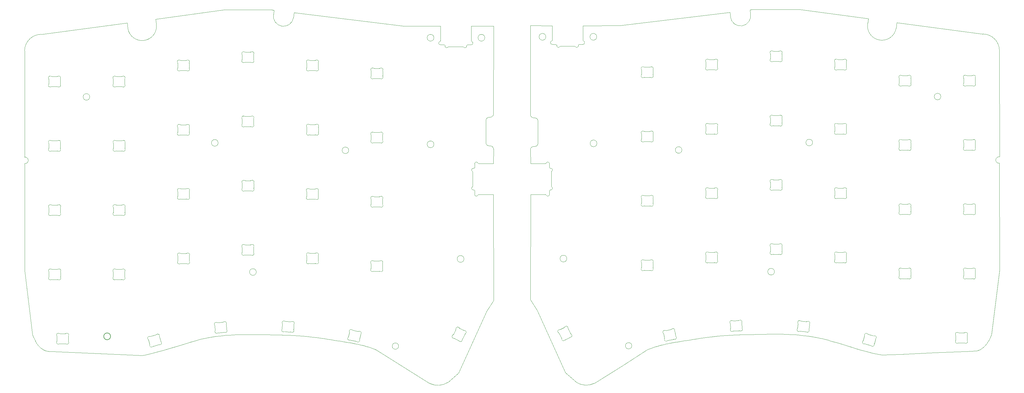
<source format=gbr>
%TF.GenerationSoftware,KiCad,Pcbnew,8.0.5*%
%TF.CreationDate,2024-10-06T11:07:10+02:00*%
%TF.ProjectId,chastity,63686173-7469-4747-992e-6b696361645f,rev?*%
%TF.SameCoordinates,Original*%
%TF.FileFunction,Profile,NP*%
%FSLAX46Y46*%
G04 Gerber Fmt 4.6, Leading zero omitted, Abs format (unit mm)*
G04 Created by KiCad (PCBNEW 8.0.5) date 2024-10-06 11:07:10*
%MOMM*%
%LPD*%
G01*
G04 APERTURE LIST*
%TA.AperFunction,Profile*%
%ADD10C,0.100000*%
%TD*%
%TA.AperFunction,Profile*%
%ADD11C,0.200000*%
%TD*%
%TA.AperFunction,Profile*%
%ADD12C,0.050000*%
%TD*%
%TA.AperFunction,Profile*%
%ADD13C,0.080000*%
%TD*%
G04 APERTURE END LIST*
D10*
X121964921Y32388424D02*
X118809899Y35248763D01*
X227649899Y41108763D02*
X217599899Y40678763D01*
X35553325Y46340546D02*
X36253325Y46330546D01*
X155419899Y44908763D02*
X154859899Y44828763D01*
X35013325Y46370546D02*
X35553325Y46340546D01*
X229471974Y116834763D02*
G75*
G02*
X227539824Y116834763I-966075J0D01*
G01*
X227539824Y116834763D02*
G75*
G02*
X229471974Y116834763I966075J0D01*
G01*
X27273325Y46510546D02*
X28773325Y46500546D01*
X10593325Y44940546D02*
X11533325Y45190546D01*
X198069899Y44298763D02*
X197439899Y44488763D01*
X-34636675Y41770546D02*
X-34306675Y41670546D01*
X14183325Y45720546D02*
X15773325Y45960546D01*
X42973325Y45900546D02*
X43693325Y45820546D01*
X-5106675Y40510546D02*
X-3286675Y40920546D01*
X9843325Y44740546D02*
X10593325Y44940546D01*
X49883325Y44920546D02*
X50633325Y44810546D01*
X194519899Y45288763D02*
X193969899Y45408763D01*
X7983325Y44200546D02*
X7513325Y44060546D01*
X181909899Y46608763D02*
X179639899Y46608763D01*
X51813325Y44630546D02*
X52143325Y44580546D01*
X19613325Y46340546D02*
X20763325Y46410546D01*
X241839200Y135328210D02*
G75*
G02*
X246742763Y130486297I-17136J-4921310D01*
G01*
X97564667Y137681842D02*
X97563667Y111659842D01*
X150349899Y44088763D02*
X150009899Y44028763D01*
X173337642Y141240653D02*
G75*
G02*
X167459810Y140248750I-2927778J-561953D01*
G01*
X109408553Y110534715D02*
G75*
G02*
X108465979Y111477763I11J942585D01*
G01*
X160749899Y45718763D02*
X159559899Y45548763D01*
X188469899Y46268763D02*
X187389899Y46368763D01*
X18173325Y142450546D02*
X32133325Y142450546D01*
X95345776Y103197647D02*
X95345117Y109772794D01*
X-6006675Y40330546D02*
X-5106675Y40510546D01*
X208089899Y139838763D02*
X187879899Y142548763D01*
X244139899Y45888763D02*
X243532488Y44591300D01*
X39963325Y46150546D02*
X41263325Y46060546D01*
X118809899Y35248763D02*
X110513663Y53583763D01*
X163079899Y45998763D02*
X162359899Y45918763D01*
X207907262Y138506928D02*
X208089899Y139838763D01*
X58243325Y43460546D02*
X58853325Y43310546D01*
X48603325Y45120546D02*
X49293325Y45010546D01*
X8613325Y44390546D02*
X9213325Y44560546D01*
X150009899Y44028763D02*
X149709899Y43968763D01*
X145359899Y42898763D02*
X144819899Y42728763D01*
X-11546675Y40580546D02*
X-6006675Y40330546D01*
X216509899Y138718763D02*
X241839200Y135328210D01*
X168979899Y46398763D02*
X167569899Y46328763D01*
X54403325Y44220546D02*
X54863325Y44140546D01*
X24143325Y46510546D02*
X26413325Y46510546D01*
D11*
X-15343333Y45956242D02*
G75*
G02*
X-17343333Y45956242I-1000000J0D01*
G01*
X-17343333Y45956242D02*
G75*
G02*
X-15343333Y45956242I1000000J0D01*
G01*
D10*
X58853325Y43310546D02*
X59513325Y43140546D01*
X-1756675Y41310546D02*
X483325Y41930546D01*
X59513325Y43140546D02*
X60193325Y42950546D01*
X241169899Y42068763D02*
X240689899Y41868763D01*
X95345117Y109772794D02*
G75*
G02*
X96287667Y110715847I942647J406D01*
G01*
X21843325Y46450546D02*
X24143325Y46510546D01*
X-38086675Y45790546D02*
X-37479264Y44493083D01*
X55273325Y44070546D02*
X55443325Y44040546D01*
X163739899Y46068763D02*
X163079899Y45998763D01*
X54863325Y44140546D02*
X54983325Y44120546D01*
X108458112Y101127958D02*
G75*
G02*
X109400662Y102070952I942552J442D01*
G01*
X240689899Y41868763D02*
X240359899Y41768763D01*
X62533325Y42160546D02*
X63083325Y41940546D01*
X134939899Y137798763D02*
X123959666Y137791147D01*
X164789899Y46158763D02*
X163739899Y46068763D01*
X173337642Y141240653D02*
X173189899Y142458763D01*
X18663325Y46270546D02*
X19613325Y46340546D01*
X57353325Y43660546D02*
X57803325Y43560546D01*
X-32566675Y41490546D02*
X-11546675Y40580546D01*
X-40689316Y97019491D02*
X-40696675Y65390546D01*
X246742540Y97117708D02*
X246749899Y65488763D01*
X20763325Y46410546D02*
X21843325Y46450546D01*
X50633325Y44810546D02*
X51193325Y44730546D01*
X191869899Y45818763D02*
X190279899Y46058763D01*
X96629008Y102253085D02*
X96288326Y102254599D01*
X167569899Y46328763D02*
X166089899Y46248763D01*
X96621117Y110716794D02*
X96287667Y110715842D01*
X55443325Y44040546D02*
X55703325Y43990546D01*
X151069899Y44218763D02*
X150959899Y44198763D01*
X147199899Y43408763D02*
X146539899Y43238763D01*
X7983325Y44200546D02*
X8613325Y44390546D01*
X167259899Y141738763D02*
X134939899Y137798763D01*
X-33336675Y41520546D02*
X-32566675Y41490546D01*
X88863375Y68840546D02*
G75*
G02*
X86863275Y68840546I-1000050J0D01*
G01*
X86863275Y68840546D02*
G75*
G02*
X88863375Y68840546I1000050J0D01*
G01*
X108463663Y137812763D02*
X108466003Y111477763D01*
X197439899Y44488763D02*
X196839899Y44658763D01*
X77699171Y32692842D02*
X78790763Y32025103D01*
X60693325Y42800546D02*
X61233325Y42630546D01*
X-40696675Y98920546D02*
X-40689537Y130388080D01*
X97547167Y87885843D02*
X97570667Y56584842D01*
X60193325Y42950546D02*
X60693325Y42800546D01*
X154859899Y44828763D02*
X154239899Y44728763D01*
X77699171Y32692842D02*
X63083325Y41940546D01*
X-40689537Y130388080D02*
G75*
G02*
X-35785976Y135229992I4920761J-79460D01*
G01*
X16743325Y46080546D02*
X17583325Y46170546D01*
X84125145Y32347500D02*
X87243325Y35150546D01*
X156169899Y45018763D02*
X155419899Y44908763D01*
X135719899Y37328763D02*
X127299303Y32066027D01*
X26413325Y46510546D02*
X27273325Y46510546D01*
X153449899Y44608763D02*
X152679899Y44488763D01*
X30423325Y46460546D02*
X32933325Y46420546D01*
X110683894Y103015568D02*
G75*
G02*
X109741344Y102072470I-942530J-568D01*
G01*
X173919899Y142548763D02*
X173189899Y142458763D01*
X52603325Y44510546D02*
X53373325Y44390546D01*
X196209899Y44838763D02*
X195459899Y45038763D01*
X12823325Y45470546D02*
X14183325Y45720546D01*
X95555667Y53442842D02*
X97570667Y56584842D01*
X193229899Y45568763D02*
X191869899Y45818763D01*
X216289898Y137068763D02*
X216509899Y138718763D01*
X17583325Y46170546D02*
X18663325Y46270546D01*
X54983325Y44120546D02*
X55093325Y44100546D01*
X157449899Y45218763D02*
X156759899Y45108763D01*
X71113325Y137700546D02*
X81909666Y137663342D01*
X216289898Y137068763D02*
G75*
G02*
X207910036Y138506414I-4200034J659937D01*
G01*
X178779899Y46608763D02*
X177279899Y46598763D01*
X42313325Y45970546D02*
X42973325Y45900546D01*
X-35116675Y41970546D02*
G75*
G02*
X-37479246Y44493092I2860839J5047054D01*
G01*
X246749899Y99018763D02*
X246742761Y130486297D01*
X38593325Y140150546D02*
G75*
G02*
X32715588Y141142435I-2950001J429974D01*
G01*
X152129899Y44398763D02*
X151649899Y44318763D01*
X217599899Y40678763D02*
X212059899Y40428763D01*
X171039899Y46468763D02*
X170499899Y46438763D01*
X483325Y41930546D02*
X1823325Y42320546D01*
X173119899Y46518763D02*
X171039899Y46468763D01*
X-1854038Y138408711D02*
X-2036675Y139740546D01*
X238619899Y41588763D02*
X227649899Y41108763D01*
X211159899Y40608763D02*
X209339899Y41018763D01*
X156759899Y45108763D02*
X156169899Y45018763D01*
X179639899Y46608763D02*
X178779899Y46608763D01*
X186439899Y46438763D02*
X185289899Y46508763D01*
X-40696675Y98920546D02*
G75*
G02*
X-40689315Y97019498I140059J-949996D01*
G01*
X149349899Y43898763D02*
X148939899Y43808763D01*
X191643494Y103244763D02*
G75*
G02*
X189676304Y103244763I-983595J0D01*
G01*
X189676304Y103244763D02*
G75*
G02*
X191643494Y103244763I983595J0D01*
G01*
X148699899Y43758763D02*
X148249899Y43658763D01*
X36253325Y46330546D02*
X37073325Y46300546D01*
X135719899Y37328763D02*
X142969899Y42038763D01*
X11533325Y45190546D02*
X12083325Y45310546D01*
X154239899Y44728763D02*
X153909899Y44678763D01*
X32933325Y46420546D02*
X35013325Y46370546D01*
X27623330Y64972546D02*
G75*
G02*
X25653320Y64972546I-985005J0D01*
G01*
X25653320Y64972546D02*
G75*
G02*
X27623330Y64972546I985005J0D01*
G01*
X-10456675Y138620546D02*
X-35785976Y135229993D01*
X45303325Y45620546D02*
X46493325Y45450546D01*
X32715582Y141142436D02*
X32863325Y142360546D01*
X239899899Y41678763D02*
X239389899Y41618763D01*
X57803325Y43560546D02*
X58243325Y43460546D01*
X38593325Y140150546D02*
X38793325Y141640546D01*
X62063325Y42340546D02*
X62533325Y42160546D01*
X69578258Y43070546D02*
G75*
G02*
X67708392Y43070546I-934933J0D01*
G01*
X67708392Y43070546D02*
G75*
G02*
X69578258Y43070546I934933J0D01*
G01*
X-10236674Y136970546D02*
X-10456675Y138620546D01*
X15773325Y45960546D02*
X16743325Y46080546D01*
X204229899Y42418763D02*
X201579899Y43228763D01*
X108532167Y87903646D02*
X108463663Y56808763D01*
X-1856859Y138408188D02*
G75*
G02*
X-10236668Y136970547I-4179807J-777678D01*
G01*
X49293325Y45010546D02*
X49883325Y44920546D01*
X147809899Y43558763D02*
X147199899Y43408763D01*
X87243325Y35150546D02*
X95555667Y53442842D01*
X138344832Y43168763D02*
G75*
G02*
X136474966Y43168763I-934933J0D01*
G01*
X136474966Y43168763D02*
G75*
G02*
X138344832Y43168763I934933J0D01*
G01*
X158339899Y45358763D02*
X157449899Y45218763D01*
X187879899Y142548763D02*
X173919899Y142548763D01*
X193969899Y45408763D02*
X193229899Y45568763D01*
X150609899Y44138763D02*
X150349899Y44088763D01*
X51193325Y44730546D02*
X51813325Y44630546D01*
X-3286675Y40920546D02*
X-1756675Y41310546D01*
X162359899Y45918763D02*
X161669899Y45838763D01*
X119189949Y68938763D02*
G75*
G02*
X117189849Y68938763I-1000050J0D01*
G01*
X117189849Y68938763D02*
G75*
G02*
X119189949Y68938763I1000050J0D01*
G01*
X109742003Y110533763D02*
X109408553Y110534715D01*
X198069899Y44298763D02*
X198539899Y44158763D01*
X190279899Y46058763D02*
X189309899Y46178763D01*
X-33846675Y41580546D02*
X-33336675Y41520546D01*
X12083325Y45310546D02*
X12823325Y45470546D01*
X-38326675Y46480546D02*
X-38086675Y45790546D01*
X169799899Y46428763D02*
X168979899Y46398763D01*
X-35116675Y41970546D02*
X-34636675Y41770546D01*
X159559899Y45548763D02*
X158339899Y45358763D01*
X32133325Y142450546D02*
X32863325Y142360546D01*
X53373325Y44390546D02*
X53923325Y44300546D01*
X114859666Y137791147D02*
X108463663Y137812763D01*
X56703325Y43800546D02*
X57113325Y43710546D01*
X96629008Y102253085D02*
G75*
G02*
X97571549Y101310037I-44J-942585D01*
G01*
X96288326Y102254599D02*
G75*
G02*
X95345763Y103197647I38J942601D01*
G01*
X153909899Y44678763D02*
X153449899Y44608763D01*
X144819899Y42728763D02*
X143989899Y42438763D01*
X1823325Y42320546D02*
X4473325Y43130546D01*
X47713325Y45260546D02*
X48603325Y45120546D01*
X55703325Y43990546D02*
X56043325Y43930546D01*
X161669899Y45838763D02*
X160749899Y45718763D01*
X177279899Y46598763D02*
X175629899Y46558763D01*
X205569899Y42028763D02*
X204229899Y42418763D01*
X52143325Y44580546D02*
X52603325Y44510546D01*
X146539899Y43238763D02*
X145859899Y43048763D01*
X150779899Y44168763D02*
X150609899Y44138763D01*
X108532167Y97003646D02*
X108458112Y101127958D01*
X41263325Y46060546D02*
X42313325Y45970546D01*
X61233325Y42630546D02*
X62063325Y42340546D01*
X152679899Y44488763D02*
X152129899Y44398763D01*
X148249899Y43658763D02*
X147809899Y43558763D01*
X127299303Y32066027D02*
G75*
G02*
X121964917Y32388418I-2380539J4904273D01*
G01*
X97571558Y101310037D02*
X97547167Y96985843D01*
X38793325Y141640546D02*
X71113325Y137700546D01*
X145859899Y43048763D02*
X145359899Y42898763D01*
X46493325Y45450546D02*
X47713325Y45260546D01*
X109741344Y102072520D02*
X109400662Y102071006D01*
X56043325Y43930546D02*
X56343325Y43870546D01*
X151649899Y44318763D02*
X151189899Y44238763D01*
X166089899Y46248763D02*
X164789899Y46158763D01*
X151189899Y44238763D02*
X151069899Y44218763D01*
X189309899Y46178763D02*
X188469899Y46268763D01*
X187389899Y46368763D02*
X186439899Y46438763D01*
X240359899Y41768763D02*
X239899899Y41678763D01*
X54863532Y100937546D02*
G75*
G02*
X52933118Y100937546I-965207J0D01*
G01*
X52933118Y100937546D02*
G75*
G02*
X54863532Y100937546I965207J0D01*
G01*
X55093325Y44100546D02*
X55273325Y44070546D01*
X246742540Y97117708D02*
G75*
G02*
X246749910Y99018835I-132676J951092D01*
G01*
X-40696675Y65390546D02*
X-38326675Y46480546D01*
X44383325Y45740546D02*
X45303325Y45620546D01*
X143519899Y42258763D02*
X142969899Y42038763D01*
X167459899Y140248763D02*
X167259899Y141738763D01*
X110684553Y109590715D02*
X110683894Y103015568D01*
X209339899Y41018763D02*
X207809899Y41408763D01*
X148939899Y43808763D02*
X148699899Y43758763D01*
X201579899Y43228763D02*
X198539899Y44158763D01*
X28773325Y46500546D02*
X30423325Y46460546D01*
X239389899Y41618763D02*
X238619899Y41588763D01*
X97563667Y111659842D02*
G75*
G02*
X96621117Y110716797I-942503J-542D01*
G01*
X110513663Y53583763D02*
X108463663Y56808763D01*
X84125145Y32347500D02*
G75*
G02*
X78790756Y32025088I-2953881J4582100D01*
G01*
X207809899Y41408763D02*
X205569899Y42028763D01*
X57113325Y43710546D02*
X57353325Y43660546D01*
X149709899Y43968763D02*
X149349899Y43898763D01*
X38483325Y46230546D02*
X39963325Y46150546D01*
X180399904Y65070763D02*
G75*
G02*
X178429894Y65070763I-985005J0D01*
G01*
X178429894Y65070763D02*
G75*
G02*
X180399904Y65070763I985005J0D01*
G01*
X91009666Y137663342D02*
X97564667Y137681842D01*
X195459899Y45038763D02*
X194519899Y45288763D01*
X175629899Y46558763D02*
X173119899Y46518763D01*
X196839899Y44658763D02*
X196209899Y44838763D01*
X185289899Y46508763D02*
X184209899Y46548763D01*
X184209899Y46548763D02*
X181909899Y46608763D01*
X153120106Y101035763D02*
G75*
G02*
X151189692Y101035763I-965207J0D01*
G01*
X151189692Y101035763D02*
G75*
G02*
X153120106Y101035763I965207J0D01*
G01*
X16376920Y103146546D02*
G75*
G02*
X14409730Y103146546I-983595J0D01*
G01*
X14409730Y103146546D02*
G75*
G02*
X16376920Y103146546I983595J0D01*
G01*
X170499899Y46438763D02*
X169799899Y46428763D01*
X53923325Y44300546D02*
X54403325Y44220546D01*
X212059899Y40428763D02*
X211159899Y40608763D01*
X246749899Y65488763D02*
X244379899Y46578763D01*
X43693325Y45820546D02*
X44383325Y45740546D01*
X4473325Y43130546D02*
X7513325Y44060546D01*
X109742003Y110533763D02*
G75*
G02*
X110684527Y109590715I-39J-942563D01*
G01*
X9213325Y44560546D02*
X9843325Y44740546D01*
X-2036675Y139740546D02*
X18173325Y142450546D01*
X150959899Y44198763D02*
X150779899Y44168763D01*
X243532488Y44591300D02*
G75*
G02*
X241169892Y42068776I-5223324J2524500D01*
G01*
X244379899Y46578763D02*
X244139899Y45888763D01*
X-34306675Y41670546D02*
X-33846675Y41580546D01*
X37073325Y46300546D02*
X38483325Y46230546D01*
X56343325Y43870546D02*
X56703325Y43800546D01*
X-21486600Y116736546D02*
G75*
G02*
X-23418750Y116736546I-966075J0D01*
G01*
X-23418750Y116736546D02*
G75*
G02*
X-21486600Y116736546I966075J0D01*
G01*
X143989899Y42438763D02*
X143519899Y42258763D01*
D12*
%TO.C,TFT2*%
X128010710Y134495000D02*
G75*
G02*
X126010710Y134495000I-1000000J0D01*
G01*
X126010710Y134495000D02*
G75*
G02*
X128010710Y134495000I1000000J0D01*
G01*
X113010710Y134495000D02*
G75*
G02*
X111010710Y134495000I-1000000J0D01*
G01*
X111010710Y134495000D02*
G75*
G02*
X113010710Y134495000I1000000J0D01*
G01*
X128060710Y102995000D02*
G75*
G02*
X126060710Y102995000I-1000000J0D01*
G01*
X126060710Y102995000D02*
G75*
G02*
X128060710Y102995000I1000000J0D01*
G01*
D13*
%TO.C,SPLIT_R1*%
X112895943Y96997804D02*
X108536764Y96997804D01*
X114066764Y95847803D02*
X114066764Y96997804D01*
X114466764Y95647804D02*
X114266764Y95647804D01*
X114616764Y92447804D02*
X114616764Y94541586D01*
X114616764Y92447804D02*
X114616764Y90354022D01*
X114466764Y89247804D02*
X114266764Y89247804D01*
X114066764Y89047805D02*
X114066764Y87897804D01*
X112895943Y87897804D02*
X108536764Y87897804D01*
X113087607Y97140661D02*
G75*
G02*
X114066764Y96997804I479157J-142858D01*
G01*
X113087606Y97140661D02*
G75*
G02*
X112895943Y96997804I-191662J57142D01*
G01*
X114466764Y95647804D02*
G75*
G02*
X114716764Y94714791I0J-500000D01*
G01*
X114266764Y95647803D02*
G75*
G02*
X114066764Y95847803I1J200001D01*
G01*
X114616764Y94541586D02*
G75*
G02*
X114716764Y94714791I200000J0D01*
G01*
X114716764Y90180817D02*
G75*
G02*
X114616779Y90354022I100000J173188D01*
G01*
X114716764Y90180817D02*
G75*
G02*
X114466764Y89247806I-250000J-433012D01*
G01*
X114066765Y89047805D02*
G75*
G02*
X114266764Y89247804I199999J0D01*
G01*
X114066765Y87897804D02*
G75*
G02*
X113087606Y87754947I-500001J1D01*
G01*
X112895943Y87897804D02*
G75*
G02*
X113087608Y87754948I-19J-200029D01*
G01*
%TO.C,J1*%
X91005620Y133303442D02*
X91005620Y137662621D01*
X89855619Y132132621D02*
X91005620Y132132621D01*
X89655620Y131732621D02*
X89655620Y131932621D01*
X86455620Y131582621D02*
X88549402Y131582621D01*
X86455620Y131582621D02*
X84361838Y131582621D01*
X83255620Y131732621D02*
X83255620Y131932621D01*
X83055621Y132132621D02*
X81905620Y132132621D01*
X81905620Y133303442D02*
X81905620Y137662621D01*
X91148477Y133111778D02*
G75*
G02*
X91005620Y132132621I-142858J-479157D01*
G01*
X91148477Y133111779D02*
G75*
G02*
X91005620Y133303442I57142J191662D01*
G01*
X89655620Y131732621D02*
G75*
G02*
X88722607Y131482621I-500000J0D01*
G01*
X89655619Y131932621D02*
G75*
G02*
X89855619Y132132621I200001J-1D01*
G01*
X88549402Y131582621D02*
G75*
G02*
X88722607Y131482621I0J-200000D01*
G01*
X84188633Y131482621D02*
G75*
G02*
X84361838Y131582606I173188J-100000D01*
G01*
X84188633Y131482621D02*
G75*
G02*
X83255622Y131732621I-433012J250000D01*
G01*
X83055621Y132132620D02*
G75*
G02*
X83255620Y131932621I0J-199999D01*
G01*
X81905620Y132132620D02*
G75*
G02*
X81762763Y133111779I1J500001D01*
G01*
X81905620Y133303442D02*
G75*
G02*
X81762764Y133111777I-200029J19D01*
G01*
D12*
%TO.C,TFT1*%
X80007082Y102720609D02*
G75*
G02*
X78007082Y102720609I-1000000J0D01*
G01*
X78007082Y102720609D02*
G75*
G02*
X80007082Y102720609I1000000J0D01*
G01*
X80007082Y134220609D02*
G75*
G02*
X78007082Y134220609I-1000000J0D01*
G01*
X78007082Y134220609D02*
G75*
G02*
X80007082Y134220609I1000000J0D01*
G01*
X95007082Y134220609D02*
G75*
G02*
X93007082Y134220609I-1000000J0D01*
G01*
X93007082Y134220609D02*
G75*
G02*
X95007082Y134220609I1000000J0D01*
G01*
D13*
%TO.C,SPLIT_L1*%
X93187585Y87885001D02*
X97546764Y87885001D01*
X92016764Y89035002D02*
X92016764Y87885001D01*
X91616764Y89235001D02*
X91816764Y89235001D01*
X91466764Y92435001D02*
X91466764Y90341219D01*
X91466764Y92435001D02*
X91466764Y94528783D01*
X91616764Y95635001D02*
X91816764Y95635001D01*
X92016764Y95835000D02*
X92016764Y96985001D01*
X93187585Y96985001D02*
X97546764Y96985001D01*
X92995921Y87742144D02*
G75*
G02*
X92016764Y87885001I-479157J142858D01*
G01*
X92995922Y87742144D02*
G75*
G02*
X93187585Y87885001I191662J-57142D01*
G01*
X91616764Y89235001D02*
G75*
G02*
X91366764Y90168014I0J500000D01*
G01*
X91816764Y89235002D02*
G75*
G02*
X92016764Y89035002I-1J-200001D01*
G01*
X91466764Y90341219D02*
G75*
G02*
X91366764Y90168014I-200000J0D01*
G01*
X91366764Y94701988D02*
G75*
G02*
X91466749Y94528783I-100000J-173188D01*
G01*
X91366764Y94701988D02*
G75*
G02*
X91616764Y95634999I250000J433012D01*
G01*
X92016763Y95835000D02*
G75*
G02*
X91816764Y95635001I-199999J0D01*
G01*
X92016763Y96985001D02*
G75*
G02*
X92995922Y97127858I500001J-1D01*
G01*
X93187585Y96985001D02*
G75*
G02*
X92995920Y97127857I19J200029D01*
G01*
%TO.C,J4*%
X123956031Y133432549D02*
X123956031Y137791728D01*
X122806030Y132261728D02*
X123956031Y132261728D01*
X122606031Y131861728D02*
X122606031Y132061728D01*
X119406031Y131711728D02*
X121499813Y131711728D01*
X119406031Y131711728D02*
X117312249Y131711728D01*
X116206031Y131861728D02*
X116206031Y132061728D01*
X116006032Y132261728D02*
X114856031Y132261728D01*
X114856031Y133432549D02*
X114856031Y137791728D01*
X124098888Y133240885D02*
G75*
G02*
X123956031Y132261728I-142858J-479157D01*
G01*
X124098888Y133240886D02*
G75*
G02*
X123956031Y133432549I57142J191662D01*
G01*
X122606031Y131861728D02*
G75*
G02*
X121673018Y131611728I-500000J0D01*
G01*
X122606030Y132061728D02*
G75*
G02*
X122806030Y132261728I200001J-1D01*
G01*
X121499813Y131711728D02*
G75*
G02*
X121673018Y131611728I0J-200000D01*
G01*
X117139044Y131611728D02*
G75*
G02*
X117312249Y131711713I173188J-100000D01*
G01*
X117139044Y131611728D02*
G75*
G02*
X116206033Y131861728I-433012J250000D01*
G01*
X116006032Y132261727D02*
G75*
G02*
X116206031Y132061728I0J-199999D01*
G01*
X114856031Y132261727D02*
G75*
G02*
X114713174Y133240886I1J500001D01*
G01*
X114856031Y133432549D02*
G75*
G02*
X114713175Y133240884I-200029J19D01*
G01*
D10*
%TO.C,LED11*%
X42521765Y106332157D02*
X42521765Y107737841D01*
X43427312Y108534999D02*
X45016216Y108534999D01*
X45016216Y105535000D02*
X43427311Y105535000D01*
X45921763Y107737841D02*
X45921763Y106332157D01*
X42472280Y107954719D02*
G75*
G02*
X42521765Y107737841I-450505J-216876D01*
G01*
X42472280Y107954718D02*
G75*
G02*
X43175053Y108603298I450514J216880D01*
G01*
X42521765Y106332156D02*
G75*
G02*
X42472280Y106115279I-499990J-1D01*
G01*
X43175053Y105466701D02*
G75*
G02*
X42472280Y106115279I-252258J431701D01*
G01*
X43175053Y105466701D02*
G75*
G02*
X43427311Y105535000I252261J-431710D01*
G01*
X43427312Y108534999D02*
G75*
G02*
X43175053Y108603298I2J500009D01*
G01*
X45016217Y105534999D02*
G75*
G02*
X45268475Y105466700I-3J-500009D01*
G01*
X45268474Y108603298D02*
G75*
G02*
X45016216Y108535000I-252260J431712D01*
G01*
X45268475Y108603296D02*
G75*
G02*
X45971244Y107954721I252259J-431696D01*
G01*
X45921763Y107737842D02*
G75*
G02*
X45971248Y107954719I500351J-82D01*
G01*
X45971248Y106115279D02*
G75*
G02*
X45268475Y105466700I-450514J-216879D01*
G01*
X45971248Y106115279D02*
G75*
G02*
X45921774Y106332157I450816J216921D01*
G01*
%TO.C,LED19*%
X-33508235Y63562157D02*
X-33508235Y64967841D01*
X-32602688Y65764999D02*
X-31013784Y65764999D01*
X-31013784Y62765000D02*
X-32602689Y62765000D01*
X-30108237Y64967841D02*
X-30108237Y63562157D01*
X-33557720Y65184719D02*
G75*
G02*
X-33508235Y64967841I-450505J-216876D01*
G01*
X-33557720Y65184718D02*
G75*
G02*
X-32854947Y65833298I450514J216880D01*
G01*
X-33508235Y63562156D02*
G75*
G02*
X-33557720Y63345279I-499990J-1D01*
G01*
X-32854947Y62696701D02*
G75*
G02*
X-33557720Y63345279I-252258J431701D01*
G01*
X-32854947Y62696701D02*
G75*
G02*
X-32602689Y62765000I252261J-431710D01*
G01*
X-32602688Y65764999D02*
G75*
G02*
X-32854947Y65833298I2J500009D01*
G01*
X-31013783Y62764999D02*
G75*
G02*
X-30761525Y62696700I-3J-500009D01*
G01*
X-30761526Y65833298D02*
G75*
G02*
X-31013784Y65765000I-252260J431712D01*
G01*
X-30761525Y65833296D02*
G75*
G02*
X-30058756Y65184721I252259J-431696D01*
G01*
X-30108237Y64967842D02*
G75*
G02*
X-30058752Y65184719I500351J-82D01*
G01*
X-30058752Y63345279D02*
G75*
G02*
X-30761525Y62696700I-450514J-216879D01*
G01*
X-30058752Y63345279D02*
G75*
G02*
X-30108226Y63562157I450816J216921D01*
G01*
%TO.C,LED57*%
X167446746Y48288916D02*
X167373178Y49692674D01*
X168235764Y50536132D02*
X169822490Y50619289D01*
X169979498Y47623401D02*
X168392771Y47540244D01*
X170768516Y49870616D02*
X170842084Y48466858D01*
X167312410Y49906665D02*
G75*
G02*
X167373178Y49692674I-438537J-240157D01*
G01*
X167312410Y49906664D02*
G75*
G02*
X167980275Y50591133I438545J240160D01*
G01*
X167446746Y48288915D02*
G75*
G02*
X167408679Y48069746I-499305J-26168D01*
G01*
X168144433Y47458837D02*
G75*
G02*
X167408679Y48069746I-274506J417907D01*
G01*
X168144433Y47458837D02*
G75*
G02*
X168392771Y47540245I274509J-417916D01*
G01*
X168235764Y50536132D02*
G75*
G02*
X167980276Y50591135I-26167J499324D01*
G01*
X169979499Y47623400D02*
G75*
G02*
X170234986Y47568397I26166J-499324D01*
G01*
X170070828Y50700696D02*
G75*
G02*
X169822490Y50619289I-274508J417918D01*
G01*
X170070829Y50700694D02*
G75*
G02*
X170806579Y50089788I274507J-417902D01*
G01*
X170768516Y49870617D02*
G75*
G02*
X170806583Y50089786I499670J26104D01*
G01*
X170902852Y48252867D02*
G75*
G02*
X170234986Y47568398I-438546J-240159D01*
G01*
X170902852Y48252867D02*
G75*
G02*
X170842095Y48466859I438845J240218D01*
G01*
%TO.C,LED6*%
X64891763Y124377843D02*
X64891763Y122972159D01*
X63986216Y122175001D02*
X62397312Y122175001D01*
X62397312Y125175000D02*
X63986217Y125175000D01*
X61491765Y122972159D02*
X61491765Y124377843D01*
X64941248Y122755281D02*
G75*
G02*
X64891763Y122972159I450505J216876D01*
G01*
X64941248Y122755282D02*
G75*
G02*
X64238475Y122106702I-450514J-216880D01*
G01*
X64891763Y124377844D02*
G75*
G02*
X64941248Y124594721I499990J1D01*
G01*
X64238475Y125243299D02*
G75*
G02*
X64941248Y124594721I252258J-431701D01*
G01*
X64238475Y125243299D02*
G75*
G02*
X63986217Y125175000I-252261J431710D01*
G01*
X63986216Y122175001D02*
G75*
G02*
X64238475Y122106702I-2J-500009D01*
G01*
X62397311Y125175001D02*
G75*
G02*
X62145053Y125243300I3J500009D01*
G01*
X62145054Y122106702D02*
G75*
G02*
X62397312Y122175000I252260J-431712D01*
G01*
X62145053Y122106704D02*
G75*
G02*
X61442284Y122755279I-252259J431696D01*
G01*
X61491765Y122972158D02*
G75*
G02*
X61442280Y122755281I-500351J82D01*
G01*
X61442280Y124594721D02*
G75*
G02*
X62145053Y125243300I450514J216879D01*
G01*
X61442280Y124594721D02*
G75*
G02*
X61491754Y124377843I-450816J-216921D01*
G01*
%TO.C,LED14*%
X-11128237Y83977843D02*
X-11128237Y82572159D01*
X-12033784Y81775001D02*
X-13622688Y81775001D01*
X-13622688Y84775000D02*
X-12033783Y84775000D01*
X-14528235Y82572159D02*
X-14528235Y83977843D01*
X-11078752Y82355281D02*
G75*
G02*
X-11128237Y82572159I450505J216876D01*
G01*
X-11078752Y82355282D02*
G75*
G02*
X-11781525Y81706702I-450514J-216880D01*
G01*
X-11128237Y83977844D02*
G75*
G02*
X-11078752Y84194721I499990J1D01*
G01*
X-11781525Y84843299D02*
G75*
G02*
X-11078752Y84194721I252258J-431701D01*
G01*
X-11781525Y84843299D02*
G75*
G02*
X-12033783Y84775000I-252261J431710D01*
G01*
X-12033784Y81775001D02*
G75*
G02*
X-11781525Y81706702I-2J-500009D01*
G01*
X-13622689Y84775001D02*
G75*
G02*
X-13874947Y84843300I3J500009D01*
G01*
X-13874946Y81706702D02*
G75*
G02*
X-13622688Y81775000I252260J-431712D01*
G01*
X-13874947Y81706704D02*
G75*
G02*
X-14577716Y82355279I-252259J431696D01*
G01*
X-14528235Y82572158D02*
G75*
G02*
X-14577720Y82355281I-500351J82D01*
G01*
X-14577720Y84194721D02*
G75*
G02*
X-13874947Y84843300I450514J216879D01*
G01*
X-14577720Y84194721D02*
G75*
G02*
X-14528246Y83977843I-450816J-216921D01*
G01*
%TO.C,LED35*%
X217191765Y120819962D02*
X217191765Y122225646D01*
X218097312Y123022804D02*
X219686216Y123022804D01*
X219686216Y120022805D02*
X218097311Y120022805D01*
X220591763Y122225646D02*
X220591763Y120819962D01*
X217142280Y122442524D02*
G75*
G02*
X217191765Y122225646I-450505J-216876D01*
G01*
X217142280Y122442523D02*
G75*
G02*
X217845053Y123091103I450514J216880D01*
G01*
X217191765Y120819961D02*
G75*
G02*
X217142280Y120603084I-499990J-1D01*
G01*
X217845053Y119954506D02*
G75*
G02*
X217142280Y120603084I-252258J431701D01*
G01*
X217845053Y119954506D02*
G75*
G02*
X218097311Y120022805I252261J-431710D01*
G01*
X218097312Y123022804D02*
G75*
G02*
X217845053Y123091103I2J500009D01*
G01*
X219686217Y120022804D02*
G75*
G02*
X219938475Y119954505I-3J-500009D01*
G01*
X219938474Y123091103D02*
G75*
G02*
X219686216Y123022805I-252260J431712D01*
G01*
X219938475Y123091101D02*
G75*
G02*
X220641244Y122442526I252259J-431696D01*
G01*
X220591763Y122225647D02*
G75*
G02*
X220641248Y122442524I500351J-82D01*
G01*
X220641248Y120603084D02*
G75*
G02*
X219938475Y119954505I-450514J-216879D01*
G01*
X220641248Y120603084D02*
G75*
G02*
X220591774Y120819962I450816J216921D01*
G01*
%TO.C,LED47*%
X217191765Y82819962D02*
X217191765Y84225646D01*
X218097312Y85022804D02*
X219686216Y85022804D01*
X219686216Y82022805D02*
X218097311Y82022805D01*
X220591763Y84225646D02*
X220591763Y82819962D01*
X217142280Y84442524D02*
G75*
G02*
X217191765Y84225646I-450505J-216876D01*
G01*
X217142280Y84442523D02*
G75*
G02*
X217845053Y85091103I450514J216880D01*
G01*
X217191765Y82819961D02*
G75*
G02*
X217142280Y82603084I-499990J-1D01*
G01*
X217845053Y81954506D02*
G75*
G02*
X217142280Y82603084I-252258J431701D01*
G01*
X217845053Y81954506D02*
G75*
G02*
X218097311Y82022805I252261J-431710D01*
G01*
X218097312Y85022804D02*
G75*
G02*
X217845053Y85091103I2J500009D01*
G01*
X219686217Y82022804D02*
G75*
G02*
X219938475Y81954505I-3J-500009D01*
G01*
X219938474Y85091103D02*
G75*
G02*
X219686216Y85022805I-252260J431712D01*
G01*
X219938475Y85091101D02*
G75*
G02*
X220641244Y84442526I252259J-431696D01*
G01*
X220591763Y84225647D02*
G75*
G02*
X220641248Y84442524I500351J-82D01*
G01*
X220641248Y82603084D02*
G75*
G02*
X219938475Y81954505I-450514J-216879D01*
G01*
X220641248Y82603084D02*
G75*
G02*
X220591774Y82819962I450816J216921D01*
G01*
%TO.C,LED23*%
X42491765Y68312157D02*
X42491765Y69717841D01*
X43397312Y70514999D02*
X44986216Y70514999D01*
X44986216Y67515000D02*
X43397311Y67515000D01*
X45891763Y69717841D02*
X45891763Y68312157D01*
X42442280Y69934719D02*
G75*
G02*
X42491765Y69717841I-450505J-216876D01*
G01*
X42442280Y69934718D02*
G75*
G02*
X43145053Y70583298I450514J216880D01*
G01*
X42491765Y68312156D02*
G75*
G02*
X42442280Y68095279I-499990J-1D01*
G01*
X43145053Y67446701D02*
G75*
G02*
X42442280Y68095279I-252258J431701D01*
G01*
X43145053Y67446701D02*
G75*
G02*
X43397311Y67515000I252261J-431710D01*
G01*
X43397312Y70514999D02*
G75*
G02*
X43145053Y70583298I2J500009D01*
G01*
X44986217Y67514999D02*
G75*
G02*
X45238475Y67446700I-3J-500009D01*
G01*
X45238474Y70583298D02*
G75*
G02*
X44986216Y70515000I-252260J431712D01*
G01*
X45238475Y70583296D02*
G75*
G02*
X45941244Y69934721I252259J-431696D01*
G01*
X45891763Y69717842D02*
G75*
G02*
X45941248Y69934719I500351J-82D01*
G01*
X45941248Y68095279D02*
G75*
G02*
X45238475Y67446700I-450514J-216879D01*
G01*
X45941248Y68095279D02*
G75*
G02*
X45891774Y68312157I450816J216921D01*
G01*
%TO.C,LED54*%
X239591763Y65225648D02*
X239591763Y63819964D01*
X238686216Y63022806D02*
X237097312Y63022806D01*
X237097312Y66022805D02*
X238686217Y66022805D01*
X236191765Y63819964D02*
X236191765Y65225648D01*
X239641248Y63603086D02*
G75*
G02*
X239591763Y63819964I450505J216876D01*
G01*
X239641248Y63603087D02*
G75*
G02*
X238938475Y62954507I-450514J-216880D01*
G01*
X239591763Y65225649D02*
G75*
G02*
X239641248Y65442526I499990J1D01*
G01*
X238938475Y66091104D02*
G75*
G02*
X239641248Y65442526I252258J-431701D01*
G01*
X238938475Y66091104D02*
G75*
G02*
X238686217Y66022805I-252261J431710D01*
G01*
X238686216Y63022806D02*
G75*
G02*
X238938475Y62954507I-2J-500009D01*
G01*
X237097311Y66022806D02*
G75*
G02*
X236845053Y66091105I3J500009D01*
G01*
X236845054Y62954507D02*
G75*
G02*
X237097312Y63022805I252260J-431712D01*
G01*
X236845053Y62954509D02*
G75*
G02*
X236142284Y63603084I-252259J431696D01*
G01*
X236191765Y63819963D02*
G75*
G02*
X236142280Y63603086I-500351J82D01*
G01*
X236142280Y65442526D02*
G75*
G02*
X236845053Y66091105I450514J216879D01*
G01*
X236142280Y65442526D02*
G75*
G02*
X236191754Y65225648I-450816J-216921D01*
G01*
%TO.C,LED9*%
X4441765Y106292157D02*
X4441765Y107697841D01*
X5347312Y108494999D02*
X6936216Y108494999D01*
X6936216Y105495000D02*
X5347311Y105495000D01*
X7841763Y107697841D02*
X7841763Y106292157D01*
X4392280Y107914719D02*
G75*
G02*
X4441765Y107697841I-450505J-216876D01*
G01*
X4392280Y107914718D02*
G75*
G02*
X5095053Y108563298I450514J216880D01*
G01*
X4441765Y106292156D02*
G75*
G02*
X4392280Y106075279I-499990J-1D01*
G01*
X5095053Y105426701D02*
G75*
G02*
X4392280Y106075279I-252258J431701D01*
G01*
X5095053Y105426701D02*
G75*
G02*
X5347311Y105495000I252261J-431710D01*
G01*
X5347312Y108494999D02*
G75*
G02*
X5095053Y108563298I2J500009D01*
G01*
X6936217Y105494999D02*
G75*
G02*
X7188475Y105426700I-3J-500009D01*
G01*
X7188474Y108563298D02*
G75*
G02*
X6936216Y108495000I-252260J431712D01*
G01*
X7188475Y108563296D02*
G75*
G02*
X7891244Y107914721I252259J-431696D01*
G01*
X7841763Y107697842D02*
G75*
G02*
X7891248Y107914719I500351J-82D01*
G01*
X7891248Y106075279D02*
G75*
G02*
X7188475Y105426700I-450514J-216879D01*
G01*
X7891248Y106075279D02*
G75*
G02*
X7841774Y106292157I450816J216921D01*
G01*
%TO.C,LED2*%
X-11158237Y121967843D02*
X-11158237Y120562159D01*
X-12063784Y119765001D02*
X-13652688Y119765001D01*
X-13652688Y122765000D02*
X-12063783Y122765000D01*
X-14558235Y120562159D02*
X-14558235Y121967843D01*
X-11108752Y120345281D02*
G75*
G02*
X-11158237Y120562159I450505J216876D01*
G01*
X-11108752Y120345282D02*
G75*
G02*
X-11811525Y119696702I-450514J-216880D01*
G01*
X-11158237Y121967844D02*
G75*
G02*
X-11108752Y122184721I499990J1D01*
G01*
X-11811525Y122833299D02*
G75*
G02*
X-11108752Y122184721I252258J-431701D01*
G01*
X-11811525Y122833299D02*
G75*
G02*
X-12063783Y122765000I-252261J431710D01*
G01*
X-12063784Y119765001D02*
G75*
G02*
X-11811525Y119696702I-2J-500009D01*
G01*
X-13652689Y122765001D02*
G75*
G02*
X-13904947Y122833300I3J500009D01*
G01*
X-13904946Y119696702D02*
G75*
G02*
X-13652688Y119765000I252260J-431712D01*
G01*
X-13904947Y119696704D02*
G75*
G02*
X-14607716Y120345279I-252259J431696D01*
G01*
X-14558235Y120562158D02*
G75*
G02*
X-14607720Y120345281I-500351J82D01*
G01*
X-14607720Y122184721D02*
G75*
G02*
X-13904947Y122833300I450514J216879D01*
G01*
X-14607720Y122184721D02*
G75*
G02*
X-14558246Y121967843I-450816J-216921D01*
G01*
%TO.C,LED51*%
X182591763Y72425648D02*
X182591763Y71019964D01*
X181686216Y70222806D02*
X180097312Y70222806D01*
X180097312Y73222805D02*
X181686217Y73222805D01*
X179191765Y71019964D02*
X179191765Y72425648D01*
X182641248Y70803086D02*
G75*
G02*
X182591763Y71019964I450505J216876D01*
G01*
X182641248Y70803087D02*
G75*
G02*
X181938475Y70154507I-450514J-216880D01*
G01*
X182591763Y72425649D02*
G75*
G02*
X182641248Y72642526I499990J1D01*
G01*
X181938475Y73291104D02*
G75*
G02*
X182641248Y72642526I252258J-431701D01*
G01*
X181938475Y73291104D02*
G75*
G02*
X181686217Y73222805I-252261J431710D01*
G01*
X181686216Y70222806D02*
G75*
G02*
X181938475Y70154507I-2J-500009D01*
G01*
X180097311Y73222806D02*
G75*
G02*
X179845053Y73291105I3J500009D01*
G01*
X179845054Y70154507D02*
G75*
G02*
X180097312Y70222805I252260J-431712D01*
G01*
X179845053Y70154509D02*
G75*
G02*
X179142284Y70803084I-252259J431696D01*
G01*
X179191765Y71019963D02*
G75*
G02*
X179142280Y70803086I-500351J82D01*
G01*
X179142280Y72642526D02*
G75*
G02*
X179845053Y73291105I450514J216879D01*
G01*
X179142280Y72642526D02*
G75*
G02*
X179191754Y72425648I-450816J-216921D01*
G01*
%TO.C,LED29*%
X58394552Y46460045D02*
X58102294Y45085078D01*
X57050797Y44493614D02*
X55496614Y44823965D01*
X56120349Y47758407D02*
X57674533Y47428055D01*
X54776594Y45791977D02*
X55068852Y47166944D01*
X58105606Y44862651D02*
G75*
G02*
X58102294Y45085078I485752J118471D01*
G01*
X58105606Y44862652D02*
G75*
G02*
X57283344Y44374361I-485760J-118474D01*
G01*
X58394552Y46460046D02*
G75*
G02*
X58488047Y46661895I489065J-103953D01*
G01*
X57935479Y47442414D02*
G75*
G02*
X58488047Y46661895I156989J-474714D01*
G01*
X57935479Y47442414D02*
G75*
G02*
X57674533Y47428055I-156991J474725D01*
G01*
X57050797Y44493614D02*
G75*
G02*
X57283343Y44374360I-103963J-489089D01*
G01*
X56120348Y47758408D02*
G75*
G02*
X55887803Y47877662I103961J489082D01*
G01*
X55235669Y44809606D02*
G75*
G02*
X55496614Y44823967I156995J-474747D01*
G01*
X55235668Y44809608D02*
G75*
G02*
X54683102Y45590124I-156992J474710D01*
G01*
X54776594Y45791976D02*
G75*
G02*
X54683099Y45590127I-489400J104109D01*
G01*
X55065540Y47389371D02*
G75*
G02*
X55887803Y47877662I485761J118473D01*
G01*
X55065540Y47389371D02*
G75*
G02*
X55068841Y47166946I-486065J-118451D01*
G01*
%TO.C,LED25*%
X-27758237Y45967843D02*
X-27758237Y44562159D01*
X-28663784Y43765001D02*
X-30252688Y43765001D01*
X-30252688Y46765000D02*
X-28663783Y46765000D01*
X-31158235Y44562159D02*
X-31158235Y45967843D01*
X-27708752Y44345281D02*
G75*
G02*
X-27758237Y44562159I450505J216876D01*
G01*
X-27708752Y44345282D02*
G75*
G02*
X-28411525Y43696702I-450514J-216880D01*
G01*
X-27758237Y45967844D02*
G75*
G02*
X-27708752Y46184721I499990J1D01*
G01*
X-28411525Y46833299D02*
G75*
G02*
X-27708752Y46184721I252258J-431701D01*
G01*
X-28411525Y46833299D02*
G75*
G02*
X-28663783Y46765000I-252261J431710D01*
G01*
X-28663784Y43765001D02*
G75*
G02*
X-28411525Y43696702I-2J-500009D01*
G01*
X-30252689Y46765001D02*
G75*
G02*
X-30504947Y46833300I3J500009D01*
G01*
X-30504946Y43696702D02*
G75*
G02*
X-30252688Y43765000I252260J-431712D01*
G01*
X-30504947Y43696704D02*
G75*
G02*
X-31207716Y44345279I-252259J431696D01*
G01*
X-31158235Y44562158D02*
G75*
G02*
X-31207720Y44345281I-500351J82D01*
G01*
X-31207720Y46184721D02*
G75*
G02*
X-30504947Y46833300I450514J216879D01*
G01*
X-31207720Y46184721D02*
G75*
G02*
X-31158246Y45967843I-450816J-216921D01*
G01*
%TO.C,LED55*%
X117217430Y47992159D02*
X118469904Y48630326D01*
X119591286Y48185380D02*
X120312634Y46769656D01*
X117639615Y45407685D02*
X116918267Y46823410D01*
X120013470Y45600906D02*
X118760997Y44962739D01*
X118640678Y48772878D02*
G75*
G02*
X118469904Y48630326I-397763J302944D01*
G01*
X118640677Y48772878D02*
G75*
G02*
X119537617Y48441152I397770J-302949D01*
G01*
X117217429Y47992159D02*
G75*
G02*
X117001724Y47937790I-226989J445485D01*
G01*
X116742890Y47017166D02*
G75*
G02*
X117001724Y47937790I270124J420752D01*
G01*
X116742890Y47017166D02*
G75*
G02*
X116918267Y46823410I-270127J-420753D01*
G01*
X119591286Y48185380D02*
G75*
G02*
X119537618Y48441152I445512J226998D01*
G01*
X117639614Y45407684D02*
G75*
G02*
X117693282Y45151913I-445512J-226997D01*
G01*
X120488011Y46575900D02*
G75*
G02*
X120312632Y46769655I270148J420776D01*
G01*
X120488010Y46575898D02*
G75*
G02*
X120229176Y45655279I-270121J-420750D01*
G01*
X120013471Y45600906D02*
G75*
G02*
X120229176Y45655277I227114J-445960D01*
G01*
X118590223Y44820187D02*
G75*
G02*
X117693282Y45151913I-397770J302950D01*
G01*
X118590223Y44820187D02*
G75*
G02*
X118761002Y44962729I397944J-303200D01*
G01*
%TO.C,LED20*%
X-14558235Y63562157D02*
X-14558235Y64967841D01*
X-13652688Y65764999D02*
X-12063784Y65764999D01*
X-12063784Y62765000D02*
X-13652689Y62765000D01*
X-11158237Y64967841D02*
X-11158237Y63562157D01*
X-14607720Y65184719D02*
G75*
G02*
X-14558235Y64967841I-450505J-216876D01*
G01*
X-14607720Y65184718D02*
G75*
G02*
X-13904947Y65833298I450514J216880D01*
G01*
X-14558235Y63562156D02*
G75*
G02*
X-14607720Y63345279I-499990J-1D01*
G01*
X-13904947Y62696701D02*
G75*
G02*
X-14607720Y63345279I-252258J431701D01*
G01*
X-13904947Y62696701D02*
G75*
G02*
X-13652689Y62765000I252261J-431710D01*
G01*
X-13652688Y65764999D02*
G75*
G02*
X-13904947Y65833298I2J500009D01*
G01*
X-12063783Y62764999D02*
G75*
G02*
X-11811525Y62696700I-3J-500009D01*
G01*
X-11811526Y65833298D02*
G75*
G02*
X-12063784Y65765000I-252260J431712D01*
G01*
X-11811525Y65833296D02*
G75*
G02*
X-11108756Y65184721I252259J-431696D01*
G01*
X-11158237Y64967842D02*
G75*
G02*
X-11108752Y65184719I500351J-82D01*
G01*
X-11108752Y63345279D02*
G75*
G02*
X-11811525Y62696700I-450514J-216879D01*
G01*
X-11108752Y63345279D02*
G75*
G02*
X-11158226Y63562157I450816J216921D01*
G01*
%TO.C,LED33*%
X179191765Y128019962D02*
X179191765Y129425646D01*
X180097312Y130222804D02*
X181686216Y130222804D01*
X181686216Y127222805D02*
X180097311Y127222805D01*
X182591763Y129425646D02*
X182591763Y128019962D01*
X179142280Y129642524D02*
G75*
G02*
X179191765Y129425646I-450505J-216876D01*
G01*
X179142280Y129642523D02*
G75*
G02*
X179845053Y130291103I450514J216880D01*
G01*
X179191765Y128019961D02*
G75*
G02*
X179142280Y127803084I-499990J-1D01*
G01*
X179845053Y127154506D02*
G75*
G02*
X179142280Y127803084I-252258J431701D01*
G01*
X179845053Y127154506D02*
G75*
G02*
X180097311Y127222805I252261J-431710D01*
G01*
X180097312Y130222804D02*
G75*
G02*
X179845053Y130291103I2J500009D01*
G01*
X181686217Y127222804D02*
G75*
G02*
X181938475Y127154505I-3J-500009D01*
G01*
X181938474Y130291103D02*
G75*
G02*
X181686216Y130222805I-252260J431712D01*
G01*
X181938475Y130291101D02*
G75*
G02*
X182641244Y129642526I252259J-431696D01*
G01*
X182591763Y129425647D02*
G75*
G02*
X182641248Y129642524I500351J-82D01*
G01*
X182641248Y127803084D02*
G75*
G02*
X181938475Y127154505I-450514J-216879D01*
G01*
X182641248Y127803084D02*
G75*
G02*
X182591774Y128019962I450816J216921D01*
G01*
%TO.C,LED10*%
X23441765Y108762157D02*
X23441765Y110167841D01*
X24347312Y110964999D02*
X25936216Y110964999D01*
X25936216Y107965000D02*
X24347311Y107965000D01*
X26841763Y110167841D02*
X26841763Y108762157D01*
X23392280Y110384719D02*
G75*
G02*
X23441765Y110167841I-450505J-216876D01*
G01*
X23392280Y110384718D02*
G75*
G02*
X24095053Y111033298I450514J216880D01*
G01*
X23441765Y108762156D02*
G75*
G02*
X23392280Y108545279I-499990J-1D01*
G01*
X24095053Y107896701D02*
G75*
G02*
X23392280Y108545279I-252258J431701D01*
G01*
X24095053Y107896701D02*
G75*
G02*
X24347311Y107965000I252261J-431710D01*
G01*
X24347312Y110964999D02*
G75*
G02*
X24095053Y111033298I2J500009D01*
G01*
X25936217Y107964999D02*
G75*
G02*
X26188475Y107896700I-3J-500009D01*
G01*
X26188474Y111033298D02*
G75*
G02*
X25936216Y110965000I-252260J431712D01*
G01*
X26188475Y111033296D02*
G75*
G02*
X26891244Y110384721I252259J-431696D01*
G01*
X26841763Y110167842D02*
G75*
G02*
X26891248Y110384719I500351J-82D01*
G01*
X26891248Y108545279D02*
G75*
G02*
X26188475Y107896700I-450514J-216879D01*
G01*
X26891248Y108545279D02*
G75*
G02*
X26841774Y108762157I450816J216921D01*
G01*
%TO.C,LED18*%
X64871763Y86447843D02*
X64871763Y85042159D01*
X63966216Y84245001D02*
X62377312Y84245001D01*
X62377312Y87245000D02*
X63966217Y87245000D01*
X61471765Y85042159D02*
X61471765Y86447843D01*
X64921248Y84825281D02*
G75*
G02*
X64871763Y85042159I450505J216876D01*
G01*
X64921248Y84825282D02*
G75*
G02*
X64218475Y84176702I-450514J-216880D01*
G01*
X64871763Y86447844D02*
G75*
G02*
X64921248Y86664721I499990J1D01*
G01*
X64218475Y87313299D02*
G75*
G02*
X64921248Y86664721I252258J-431701D01*
G01*
X64218475Y87313299D02*
G75*
G02*
X63966217Y87245000I-252261J431710D01*
G01*
X63966216Y84245001D02*
G75*
G02*
X64218475Y84176702I-2J-500009D01*
G01*
X62377311Y87245001D02*
G75*
G02*
X62125053Y87313300I3J500009D01*
G01*
X62125054Y84176702D02*
G75*
G02*
X62377312Y84245000I252260J-431712D01*
G01*
X62125053Y84176704D02*
G75*
G02*
X61422284Y84825279I-252259J431696D01*
G01*
X61471765Y85042158D02*
G75*
G02*
X61422280Y84825281I-500351J82D01*
G01*
X61422280Y86664721D02*
G75*
G02*
X62125053Y87313300I450514J216879D01*
G01*
X61422280Y86664721D02*
G75*
G02*
X61471754Y86447843I-450816J-216921D01*
G01*
%TO.C,LED7*%
X-33558235Y101562157D02*
X-33558235Y102967841D01*
X-32652688Y103764999D02*
X-31063784Y103764999D01*
X-31063784Y100765000D02*
X-32652689Y100765000D01*
X-30158237Y102967841D02*
X-30158237Y101562157D01*
X-33607720Y103184719D02*
G75*
G02*
X-33558235Y102967841I-450505J-216876D01*
G01*
X-33607720Y103184718D02*
G75*
G02*
X-32904947Y103833298I450514J216880D01*
G01*
X-33558235Y101562156D02*
G75*
G02*
X-33607720Y101345279I-499990J-1D01*
G01*
X-32904947Y100696701D02*
G75*
G02*
X-33607720Y101345279I-252258J431701D01*
G01*
X-32904947Y100696701D02*
G75*
G02*
X-32652689Y100765000I252261J-431710D01*
G01*
X-32652688Y103764999D02*
G75*
G02*
X-32904947Y103833298I2J500009D01*
G01*
X-31063783Y100764999D02*
G75*
G02*
X-30811525Y100696700I-3J-500009D01*
G01*
X-30811526Y103833298D02*
G75*
G02*
X-31063784Y103765000I-252260J431712D01*
G01*
X-30811525Y103833296D02*
G75*
G02*
X-30108756Y103184721I252259J-431696D01*
G01*
X-30158237Y102967842D02*
G75*
G02*
X-30108752Y103184719I500351J-82D01*
G01*
X-30108752Y101345279D02*
G75*
G02*
X-30811525Y100696700I-450514J-216879D01*
G01*
X-30108752Y101345279D02*
G75*
G02*
X-30158226Y101562157I450816J216921D01*
G01*
%TO.C,LED16*%
X26871763Y91187843D02*
X26871763Y89782159D01*
X25966216Y88985001D02*
X24377312Y88985001D01*
X24377312Y91985000D02*
X25966217Y91985000D01*
X23471765Y89782159D02*
X23471765Y91187843D01*
X26921248Y89565281D02*
G75*
G02*
X26871763Y89782159I450505J216876D01*
G01*
X26921248Y89565282D02*
G75*
G02*
X26218475Y88916702I-450514J-216880D01*
G01*
X26871763Y91187844D02*
G75*
G02*
X26921248Y91404721I499990J1D01*
G01*
X26218475Y92053299D02*
G75*
G02*
X26921248Y91404721I252258J-431701D01*
G01*
X26218475Y92053299D02*
G75*
G02*
X25966217Y91985000I-252261J431710D01*
G01*
X25966216Y88985001D02*
G75*
G02*
X26218475Y88916702I-2J-500009D01*
G01*
X24377311Y91985001D02*
G75*
G02*
X24125053Y92053300I3J500009D01*
G01*
X24125054Y88916702D02*
G75*
G02*
X24377312Y88985000I252260J-431712D01*
G01*
X24125053Y88916704D02*
G75*
G02*
X23422284Y89565279I-252259J431696D01*
G01*
X23471765Y89782158D02*
G75*
G02*
X23422280Y89565281I-500351J82D01*
G01*
X23422280Y91404721D02*
G75*
G02*
X24125053Y92053300I450514J216879D01*
G01*
X23422280Y91404721D02*
G75*
G02*
X23471754Y91187843I-450816J-216921D01*
G01*
%TO.C,LED60*%
X233841765Y44819962D02*
X233841765Y46225646D01*
X234747312Y47022804D02*
X236336216Y47022804D01*
X236336216Y44022805D02*
X234747311Y44022805D01*
X237241763Y46225646D02*
X237241763Y44819962D01*
X233792280Y46442524D02*
G75*
G02*
X233841765Y46225646I-450505J-216876D01*
G01*
X233792280Y46442523D02*
G75*
G02*
X234495053Y47091103I450514J216880D01*
G01*
X233841765Y44819961D02*
G75*
G02*
X233792280Y44603084I-499990J-1D01*
G01*
X234495053Y43954506D02*
G75*
G02*
X233792280Y44603084I-252258J431701D01*
G01*
X234495053Y43954506D02*
G75*
G02*
X234747311Y44022805I252261J-431710D01*
G01*
X234747312Y47022804D02*
G75*
G02*
X234495053Y47091103I2J500009D01*
G01*
X236336217Y44022804D02*
G75*
G02*
X236588475Y43954505I-3J-500009D01*
G01*
X236588474Y47091103D02*
G75*
G02*
X236336216Y47022805I-252260J431712D01*
G01*
X236588475Y47091101D02*
G75*
G02*
X237291244Y46442526I252259J-431696D01*
G01*
X237241763Y46225647D02*
G75*
G02*
X237291248Y46442524I500351J-82D01*
G01*
X237291248Y44603084D02*
G75*
G02*
X236588475Y43954505I-450514J-216879D01*
G01*
X237291248Y44603084D02*
G75*
G02*
X237241774Y44819962I450816J216921D01*
G01*
%TO.C,LED1*%
X-30158237Y121967843D02*
X-30158237Y120562159D01*
X-31063784Y119765001D02*
X-32652688Y119765001D01*
X-32652688Y122765000D02*
X-31063783Y122765000D01*
X-33558235Y120562159D02*
X-33558235Y121967843D01*
X-30108752Y120345281D02*
G75*
G02*
X-30158237Y120562159I450505J216876D01*
G01*
X-30108752Y120345282D02*
G75*
G02*
X-30811525Y119696702I-450514J-216880D01*
G01*
X-30158237Y121967844D02*
G75*
G02*
X-30108752Y122184721I499990J1D01*
G01*
X-30811525Y122833299D02*
G75*
G02*
X-30108752Y122184721I252258J-431701D01*
G01*
X-30811525Y122833299D02*
G75*
G02*
X-31063783Y122765000I-252261J431710D01*
G01*
X-31063784Y119765001D02*
G75*
G02*
X-30811525Y119696702I-2J-500009D01*
G01*
X-32652689Y122765001D02*
G75*
G02*
X-32904947Y122833300I3J500009D01*
G01*
X-32904946Y119696702D02*
G75*
G02*
X-32652688Y119765000I252260J-431712D01*
G01*
X-32904947Y119696704D02*
G75*
G02*
X-33607716Y120345279I-252259J431696D01*
G01*
X-33558235Y120562158D02*
G75*
G02*
X-33607720Y120345281I-500351J82D01*
G01*
X-33607720Y122184721D02*
G75*
G02*
X-32904947Y122833300I450514J216879D01*
G01*
X-33607720Y122184721D02*
G75*
G02*
X-33558246Y121967843I-450816J-216921D01*
G01*
%TO.C,LED56*%
X147981235Y45342881D02*
X147688977Y46717848D01*
X148408997Y47685860D02*
X149963180Y48016211D01*
X150586915Y45081769D02*
X149032731Y44751418D01*
X151014677Y47424747D02*
X151306935Y46049780D01*
X147595482Y46919698D02*
G75*
G02*
X147688977Y46717848I-395569J-305802D01*
G01*
X147595482Y46919697D02*
G75*
G02*
X148148052Y47700220I395578J305808D01*
G01*
X147981236Y45342880D02*
G75*
G02*
X147977924Y45120454I-489064J-103955D01*
G01*
X148800186Y44632164D02*
G75*
G02*
X147977923Y45120454I-336501J369820D01*
G01*
X148800186Y44632164D02*
G75*
G02*
X149032731Y44751418I336506J-369828D01*
G01*
X148408997Y47685860D02*
G75*
G02*
X148148051Y47700219I-103955J489090D01*
G01*
X150586916Y45081769D02*
G75*
G02*
X150847862Y45067410I103955J-489084D01*
G01*
X150195725Y48135465D02*
G75*
G02*
X149963180Y48016212I-336505J369830D01*
G01*
X150195727Y48135463D02*
G75*
G02*
X151017984Y47647175I336501J-369814D01*
G01*
X151014677Y47424748D02*
G75*
G02*
X151017990Y47647174I489434J103948D01*
G01*
X151400430Y45847930D02*
G75*
G02*
X150847862Y45067410I-395577J-305807D01*
G01*
X151400430Y45847930D02*
G75*
G02*
X151306946Y46049782I395865J305911D01*
G01*
%TO.C,LED40*%
X201591763Y107975648D02*
X201591763Y106569964D01*
X200686216Y105772806D02*
X199097312Y105772806D01*
X199097312Y108772805D02*
X200686217Y108772805D01*
X198191765Y106569964D02*
X198191765Y107975648D01*
X201641248Y106353086D02*
G75*
G02*
X201591763Y106569964I450505J216876D01*
G01*
X201641248Y106353087D02*
G75*
G02*
X200938475Y105704507I-450514J-216880D01*
G01*
X201591763Y107975649D02*
G75*
G02*
X201641248Y108192526I499990J1D01*
G01*
X200938475Y108841104D02*
G75*
G02*
X201641248Y108192526I252258J-431701D01*
G01*
X200938475Y108841104D02*
G75*
G02*
X200686217Y108772805I-252261J431710D01*
G01*
X200686216Y105772806D02*
G75*
G02*
X200938475Y105704507I-2J-500009D01*
G01*
X199097311Y108772806D02*
G75*
G02*
X198845053Y108841105I3J500009D01*
G01*
X198845054Y105704507D02*
G75*
G02*
X199097312Y105772805I252260J-431712D01*
G01*
X198845053Y105704509D02*
G75*
G02*
X198142284Y106353084I-252259J431696D01*
G01*
X198191765Y106569963D02*
G75*
G02*
X198142280Y106353086I-500351J82D01*
G01*
X198142280Y108192526D02*
G75*
G02*
X198845053Y108841105I450514J216879D01*
G01*
X198142280Y108192526D02*
G75*
G02*
X198191754Y107975648I-450816J-216921D01*
G01*
%TO.C,LED52*%
X201591763Y69975648D02*
X201591763Y68569964D01*
X200686216Y67772806D02*
X199097312Y67772806D01*
X199097312Y70772805D02*
X200686217Y70772805D01*
X198191765Y68569964D02*
X198191765Y69975648D01*
X201641248Y68353086D02*
G75*
G02*
X201591763Y68569964I450505J216876D01*
G01*
X201641248Y68353087D02*
G75*
G02*
X200938475Y67704507I-450514J-216880D01*
G01*
X201591763Y69975649D02*
G75*
G02*
X201641248Y70192526I499990J1D01*
G01*
X200938475Y70841104D02*
G75*
G02*
X201641248Y70192526I252258J-431701D01*
G01*
X200938475Y70841104D02*
G75*
G02*
X200686217Y70772805I-252261J431710D01*
G01*
X200686216Y67772806D02*
G75*
G02*
X200938475Y67704507I-2J-500009D01*
G01*
X199097311Y70772806D02*
G75*
G02*
X198845053Y70841105I3J500009D01*
G01*
X198845054Y67704507D02*
G75*
G02*
X199097312Y67772805I252260J-431712D01*
G01*
X198845053Y67704509D02*
G75*
G02*
X198142284Y68353084I-252259J431696D01*
G01*
X198191765Y68569963D02*
G75*
G02*
X198142280Y68353086I-500351J82D01*
G01*
X198142280Y70192526D02*
G75*
G02*
X198845053Y70841105I450514J216879D01*
G01*
X198142280Y70192526D02*
G75*
G02*
X198191754Y69975648I-450816J-216921D01*
G01*
%TO.C,LED8*%
X-14508235Y101562157D02*
X-14508235Y102967841D01*
X-13602688Y103764999D02*
X-12013784Y103764999D01*
X-12013784Y100765000D02*
X-13602689Y100765000D01*
X-11108237Y102967841D02*
X-11108237Y101562157D01*
X-14557720Y103184719D02*
G75*
G02*
X-14508235Y102967841I-450505J-216876D01*
G01*
X-14557720Y103184718D02*
G75*
G02*
X-13854947Y103833298I450514J216880D01*
G01*
X-14508235Y101562156D02*
G75*
G02*
X-14557720Y101345279I-499990J-1D01*
G01*
X-13854947Y100696701D02*
G75*
G02*
X-14557720Y101345279I-252258J431701D01*
G01*
X-13854947Y100696701D02*
G75*
G02*
X-13602689Y100765000I252261J-431710D01*
G01*
X-13602688Y103764999D02*
G75*
G02*
X-13854947Y103833298I2J500009D01*
G01*
X-12013783Y100764999D02*
G75*
G02*
X-11761525Y100696700I-3J-500009D01*
G01*
X-11761526Y103833298D02*
G75*
G02*
X-12013784Y103765000I-252260J431712D01*
G01*
X-11761525Y103833296D02*
G75*
G02*
X-11058756Y103184721I252259J-431696D01*
G01*
X-11108237Y102967842D02*
G75*
G02*
X-11058752Y103184719I500351J-82D01*
G01*
X-11058752Y101345279D02*
G75*
G02*
X-11761525Y100696700I-450514J-216879D01*
G01*
X-11058752Y101345279D02*
G75*
G02*
X-11108226Y101562157I450816J216921D01*
G01*
%TO.C,LED28*%
X38710351Y49434871D02*
X38636783Y48031113D01*
X37690757Y47282440D02*
X36104031Y47365597D01*
X36261039Y50361485D02*
X37847766Y50278328D01*
X35241445Y48209055D02*
X35315013Y49612813D01*
X38674850Y47811943D02*
G75*
G02*
X38636783Y48031113I461238J193001D01*
G01*
X38674850Y47811944D02*
G75*
G02*
X37939097Y47201034I-461246J-193005D01*
G01*
X38710351Y49434872D02*
G75*
G02*
X38771119Y49648862I499296J-26164D01*
G01*
X38103253Y50333331D02*
G75*
G02*
X38771119Y49648862I229319J-444311D01*
G01*
X38103253Y50333331D02*
G75*
G02*
X37847766Y50278328I-229321J444321D01*
G01*
X37690757Y47282440D02*
G75*
G02*
X37939096Y47201032I-26170J-499323D01*
G01*
X36261038Y50361486D02*
G75*
G02*
X36012700Y50442893I26171J499323D01*
G01*
X35848544Y47310594D02*
G75*
G02*
X36104031Y47365596I229320J-444323D01*
G01*
X35848543Y47310596D02*
G75*
G02*
X35180680Y47995062I-229320J444307D01*
G01*
X35241445Y48209054D02*
G75*
G02*
X35180677Y47995064I-499701J26281D01*
G01*
X35276946Y49831983D02*
G75*
G02*
X36012700Y50442893I461247J193004D01*
G01*
X35276946Y49831983D02*
G75*
G02*
X35315001Y49612814I-461551J-193029D01*
G01*
%TO.C,LED12*%
X61471765Y104012157D02*
X61471765Y105417841D01*
X62377312Y106214999D02*
X63966216Y106214999D01*
X63966216Y103215000D02*
X62377311Y103215000D01*
X64871763Y105417841D02*
X64871763Y104012157D01*
X61422280Y105634719D02*
G75*
G02*
X61471765Y105417841I-450505J-216876D01*
G01*
X61422280Y105634718D02*
G75*
G02*
X62125053Y106283298I450514J216880D01*
G01*
X61471765Y104012156D02*
G75*
G02*
X61422280Y103795279I-499990J-1D01*
G01*
X62125053Y103146701D02*
G75*
G02*
X61422280Y103795279I-252258J431701D01*
G01*
X62125053Y103146701D02*
G75*
G02*
X62377311Y103215000I252261J-431710D01*
G01*
X62377312Y106214999D02*
G75*
G02*
X62125053Y106283298I2J500009D01*
G01*
X63966217Y103214999D02*
G75*
G02*
X64218475Y103146700I-3J-500009D01*
G01*
X64218474Y106283298D02*
G75*
G02*
X63966216Y106215000I-252260J431712D01*
G01*
X64218475Y106283296D02*
G75*
G02*
X64921244Y105634721I252259J-431696D01*
G01*
X64871763Y105417842D02*
G75*
G02*
X64921248Y105634719I500351J-82D01*
G01*
X64921248Y103795279D02*
G75*
G02*
X64218475Y103146700I-450514J-216879D01*
G01*
X64921248Y103795279D02*
G75*
G02*
X64871774Y104012157I450816J216921D01*
G01*
%TO.C,LED58*%
X187194226Y48340132D02*
X187316740Y49740467D01*
X188288318Y50455668D02*
X189871175Y50317186D01*
X189609708Y47328603D02*
X188026850Y47467085D01*
X190703800Y49444138D02*
X190581286Y48043803D01*
X187286345Y49960833D02*
G75*
G02*
X187316740Y49740467I-467693J-176787D01*
G01*
X187286345Y49960832D02*
G75*
G02*
X188042971Y50545694I467702J176790D01*
G01*
X187194226Y48340131D02*
G75*
G02*
X187126027Y48128392I-498079J43573D01*
G01*
X187769599Y47421032D02*
G75*
G02*
X187126027Y48128392I-213673J452044D01*
G01*
X187769599Y47421032D02*
G75*
G02*
X188026850Y47467085I213675J-452053D01*
G01*
X188288318Y50455668D02*
G75*
G02*
X188042971Y50545693I43580J498106D01*
G01*
X189609709Y47328602D02*
G75*
G02*
X189855055Y47238577I-43581J-498106D01*
G01*
X190128426Y50363239D02*
G75*
G02*
X189871175Y50317186I-213674J452055D01*
G01*
X190128427Y50363237D02*
G75*
G02*
X190771995Y49655880I213674J-452039D01*
G01*
X190703800Y49444139D02*
G75*
G02*
X190771999Y49655878I498440J-43690D01*
G01*
X190611681Y47823437D02*
G75*
G02*
X189855055Y47238577I-467702J-176789D01*
G01*
X190611681Y47823437D02*
G75*
G02*
X190581297Y48043802I468006J176805D01*
G01*
%TO.C,LED21*%
X4491765Y68262157D02*
X4491765Y69667841D01*
X5397312Y70464999D02*
X6986216Y70464999D01*
X6986216Y67465000D02*
X5397311Y67465000D01*
X7891763Y69667841D02*
X7891763Y68262157D01*
X4442280Y69884719D02*
G75*
G02*
X4491765Y69667841I-450505J-216876D01*
G01*
X4442280Y69884718D02*
G75*
G02*
X5145053Y70533298I450514J216880D01*
G01*
X4491765Y68262156D02*
G75*
G02*
X4442280Y68045279I-499990J-1D01*
G01*
X5145053Y67396701D02*
G75*
G02*
X4442280Y68045279I-252258J431701D01*
G01*
X5145053Y67396701D02*
G75*
G02*
X5397311Y67465000I252261J-431710D01*
G01*
X5397312Y70464999D02*
G75*
G02*
X5145053Y70533298I2J500009D01*
G01*
X6986217Y67464999D02*
G75*
G02*
X7238475Y67396700I-3J-500009D01*
G01*
X7238474Y70533298D02*
G75*
G02*
X6986216Y70465000I-252260J431712D01*
G01*
X7238475Y70533296D02*
G75*
G02*
X7941244Y69884721I252259J-431696D01*
G01*
X7891763Y69667842D02*
G75*
G02*
X7941248Y69884719I500351J-82D01*
G01*
X7941248Y68045279D02*
G75*
G02*
X7238475Y67396700I-450514J-216879D01*
G01*
X7941248Y68045279D02*
G75*
G02*
X7891774Y68262157I450816J216921D01*
G01*
%TO.C,LED24*%
X61441765Y66012157D02*
X61441765Y67417841D01*
X62347312Y68214999D02*
X63936216Y68214999D01*
X63936216Y65215000D02*
X62347311Y65215000D01*
X64841763Y67417841D02*
X64841763Y66012157D01*
X61392280Y67634719D02*
G75*
G02*
X61441765Y67417841I-450505J-216876D01*
G01*
X61392280Y67634718D02*
G75*
G02*
X62095053Y68283298I450514J216880D01*
G01*
X61441765Y66012156D02*
G75*
G02*
X61392280Y65795279I-499990J-1D01*
G01*
X62095053Y65146701D02*
G75*
G02*
X61392280Y65795279I-252258J431701D01*
G01*
X62095053Y65146701D02*
G75*
G02*
X62347311Y65215000I252261J-431710D01*
G01*
X62347312Y68214999D02*
G75*
G02*
X62095053Y68283298I2J500009D01*
G01*
X63936217Y65214999D02*
G75*
G02*
X64188475Y65146700I-3J-500009D01*
G01*
X64188474Y68283298D02*
G75*
G02*
X63936216Y68215000I-252260J431712D01*
G01*
X64188475Y68283296D02*
G75*
G02*
X64891244Y67634721I252259J-431696D01*
G01*
X64841763Y67417842D02*
G75*
G02*
X64891248Y67634719I500351J-82D01*
G01*
X64891248Y65795279D02*
G75*
G02*
X64188475Y65146700I-450514J-216879D01*
G01*
X64891248Y65795279D02*
G75*
G02*
X64841774Y66012157I450816J216921D01*
G01*
%TO.C,LED59*%
X206563653Y44712562D02*
X206951112Y46063792D01*
X208041306Y46580467D02*
X209568659Y46142506D01*
X208741747Y43258722D02*
X207214394Y43696683D01*
X210219400Y45126626D02*
X209831941Y43775396D01*
X206963324Y46285909D02*
G75*
G02*
X206951112Y46063792I-492832J-84299D01*
G01*
X206963324Y46285908D02*
G75*
G02*
X207817646Y46715653I492842J84300D01*
G01*
X206563653Y44712561D02*
G75*
G02*
X206456306Y44517726I-480621J137815D01*
G01*
X206953082Y43700562D02*
G75*
G02*
X206456306Y44517726I-123493J484509D01*
G01*
X206953082Y43700562D02*
G75*
G02*
X207214394Y43696683I123493J-484519D01*
G01*
X208041306Y46580467D02*
G75*
G02*
X207817645Y46715652I137827J480645D01*
G01*
X208741748Y43258721D02*
G75*
G02*
X208965408Y43123536I-137824J-480639D01*
G01*
X209829971Y46138627D02*
G75*
G02*
X209568659Y46142506I-123492J484521D01*
G01*
X209829971Y46138625D02*
G75*
G02*
X210326746Y45321465I123496J-484505D01*
G01*
X210219400Y45126627D02*
G75*
G02*
X210326746Y45321464I481046J-138044D01*
G01*
X209819729Y43553279D02*
G75*
G02*
X208965409Y43123537I-492841J-84299D01*
G01*
X209819729Y43553279D02*
G75*
G02*
X209831952Y43775393I493144J84256D01*
G01*
%TO.C,LED36*%
X236191765Y120819962D02*
X236191765Y122225646D01*
X237097312Y123022804D02*
X238686216Y123022804D01*
X238686216Y120022805D02*
X237097311Y120022805D01*
X239591763Y122225646D02*
X239591763Y120819962D01*
X236142280Y122442524D02*
G75*
G02*
X236191765Y122225646I-450505J-216876D01*
G01*
X236142280Y122442523D02*
G75*
G02*
X236845053Y123091103I450514J216880D01*
G01*
X236191765Y120819961D02*
G75*
G02*
X236142280Y120603084I-499990J-1D01*
G01*
X236845053Y119954506D02*
G75*
G02*
X236142280Y120603084I-252258J431701D01*
G01*
X236845053Y119954506D02*
G75*
G02*
X237097311Y120022805I252261J-431710D01*
G01*
X237097312Y123022804D02*
G75*
G02*
X236845053Y123091103I2J500009D01*
G01*
X238686217Y120022804D02*
G75*
G02*
X238938475Y119954505I-3J-500009D01*
G01*
X238938474Y123091103D02*
G75*
G02*
X238686216Y123022805I-252260J431712D01*
G01*
X238938475Y123091101D02*
G75*
G02*
X239641244Y122442526I252259J-431696D01*
G01*
X239591763Y122225647D02*
G75*
G02*
X239641248Y122442524I500351J-82D01*
G01*
X239641248Y120603084D02*
G75*
G02*
X238938475Y119954505I-450514J-216879D01*
G01*
X239641248Y120603084D02*
G75*
G02*
X239591774Y120819962I450816J216921D01*
G01*
%TO.C,LED53*%
X220591763Y65225648D02*
X220591763Y63819964D01*
X219686216Y63022806D02*
X218097312Y63022806D01*
X218097312Y66022805D02*
X219686217Y66022805D01*
X217191765Y63819964D02*
X217191765Y65225648D01*
X220641248Y63603086D02*
G75*
G02*
X220591763Y63819964I450505J216876D01*
G01*
X220641248Y63603087D02*
G75*
G02*
X219938475Y62954507I-450514J-216880D01*
G01*
X220591763Y65225649D02*
G75*
G02*
X220641248Y65442526I499990J1D01*
G01*
X219938475Y66091104D02*
G75*
G02*
X220641248Y65442526I252258J-431701D01*
G01*
X219938475Y66091104D02*
G75*
G02*
X219686217Y66022805I-252261J431710D01*
G01*
X219686216Y63022806D02*
G75*
G02*
X219938475Y62954507I-2J-500009D01*
G01*
X218097311Y66022806D02*
G75*
G02*
X217845053Y66091105I3J500009D01*
G01*
X217845054Y62954507D02*
G75*
G02*
X218097312Y63022805I252260J-431712D01*
G01*
X217845053Y62954509D02*
G75*
G02*
X217142284Y63603084I-252259J431696D01*
G01*
X217191765Y63819963D02*
G75*
G02*
X217142280Y63603086I-500351J82D01*
G01*
X217142280Y65442526D02*
G75*
G02*
X217845053Y66091105I450514J216879D01*
G01*
X217142280Y65442526D02*
G75*
G02*
X217191754Y65225648I-450816J-216921D01*
G01*
%TO.C,LED13*%
X-30128237Y83947843D02*
X-30128237Y82542159D01*
X-31033784Y81745001D02*
X-32622688Y81745001D01*
X-32622688Y84745000D02*
X-31033783Y84745000D01*
X-33528235Y82542159D02*
X-33528235Y83947843D01*
X-30078752Y82325281D02*
G75*
G02*
X-30128237Y82542159I450505J216876D01*
G01*
X-30078752Y82325282D02*
G75*
G02*
X-30781525Y81676702I-450514J-216880D01*
G01*
X-30128237Y83947844D02*
G75*
G02*
X-30078752Y84164721I499990J1D01*
G01*
X-30781525Y84813299D02*
G75*
G02*
X-30078752Y84164721I252258J-431701D01*
G01*
X-30781525Y84813299D02*
G75*
G02*
X-31033783Y84745000I-252261J431710D01*
G01*
X-31033784Y81745001D02*
G75*
G02*
X-30781525Y81676702I-2J-500009D01*
G01*
X-32622689Y84745001D02*
G75*
G02*
X-32874947Y84813300I3J500009D01*
G01*
X-32874946Y81676702D02*
G75*
G02*
X-32622688Y81745000I252260J-431712D01*
G01*
X-32874947Y81676704D02*
G75*
G02*
X-33577716Y82325279I-252259J431696D01*
G01*
X-33528235Y82542158D02*
G75*
G02*
X-33577720Y82325281I-500351J82D01*
G01*
X-33577720Y84164721D02*
G75*
G02*
X-32874947Y84813300I450514J216879D01*
G01*
X-33577720Y84164721D02*
G75*
G02*
X-33528246Y83947843I-450816J-216921D01*
G01*
%TO.C,LED43*%
X141191765Y85319962D02*
X141191765Y86725646D01*
X142097312Y87522804D02*
X143686216Y87522804D01*
X143686216Y84522805D02*
X142097311Y84522805D01*
X144591763Y86725646D02*
X144591763Y85319962D01*
X141142280Y86942524D02*
G75*
G02*
X141191765Y86725646I-450505J-216876D01*
G01*
X141142280Y86942523D02*
G75*
G02*
X141845053Y87591103I450514J216880D01*
G01*
X141191765Y85319961D02*
G75*
G02*
X141142280Y85103084I-499990J-1D01*
G01*
X141845053Y84454506D02*
G75*
G02*
X141142280Y85103084I-252258J431701D01*
G01*
X141845053Y84454506D02*
G75*
G02*
X142097311Y84522805I252261J-431710D01*
G01*
X142097312Y87522804D02*
G75*
G02*
X141845053Y87591103I2J500009D01*
G01*
X143686217Y84522804D02*
G75*
G02*
X143938475Y84454505I-3J-500009D01*
G01*
X143938474Y87591103D02*
G75*
G02*
X143686216Y87522805I-252260J431712D01*
G01*
X143938475Y87591101D02*
G75*
G02*
X144641244Y86942526I252259J-431696D01*
G01*
X144591763Y86725647D02*
G75*
G02*
X144641248Y86942524I500351J-82D01*
G01*
X144641248Y85103084D02*
G75*
G02*
X143938475Y84454505I-450514J-216879D01*
G01*
X144641248Y85103084D02*
G75*
G02*
X144591774Y85319962I450816J216921D01*
G01*
%TO.C,LED46*%
X198191765Y87569962D02*
X198191765Y88975646D01*
X199097312Y89772804D02*
X200686216Y89772804D01*
X200686216Y86772805D02*
X199097311Y86772805D01*
X201591763Y88975646D02*
X201591763Y87569962D01*
X198142280Y89192524D02*
G75*
G02*
X198191765Y88975646I-450505J-216876D01*
G01*
X198142280Y89192523D02*
G75*
G02*
X198845053Y89841103I450514J216880D01*
G01*
X198191765Y87569961D02*
G75*
G02*
X198142280Y87353084I-499990J-1D01*
G01*
X198845053Y86704506D02*
G75*
G02*
X198142280Y87353084I-252258J431701D01*
G01*
X198845053Y86704506D02*
G75*
G02*
X199097311Y86772805I252261J-431710D01*
G01*
X199097312Y89772804D02*
G75*
G02*
X198845053Y89841103I2J500009D01*
G01*
X200686217Y86772804D02*
G75*
G02*
X200938475Y86704505I-3J-500009D01*
G01*
X200938474Y89841103D02*
G75*
G02*
X200686216Y89772805I-252260J431712D01*
G01*
X200938475Y89841101D02*
G75*
G02*
X201641244Y89192526I252259J-431696D01*
G01*
X201591763Y88975647D02*
G75*
G02*
X201641248Y89192524I500351J-82D01*
G01*
X201641248Y87353084D02*
G75*
G02*
X200938475Y86704505I-450514J-216879D01*
G01*
X201641248Y87353084D02*
G75*
G02*
X201591774Y87569962I450816J216921D01*
G01*
%TO.C,LED4*%
X26841763Y129167843D02*
X26841763Y127762159D01*
X25936216Y126965001D02*
X24347312Y126965001D01*
X24347312Y129965000D02*
X25936217Y129965000D01*
X23441765Y127762159D02*
X23441765Y129167843D01*
X26891248Y127545281D02*
G75*
G02*
X26841763Y127762159I450505J216876D01*
G01*
X26891248Y127545282D02*
G75*
G02*
X26188475Y126896702I-450514J-216880D01*
G01*
X26841763Y129167844D02*
G75*
G02*
X26891248Y129384721I499990J1D01*
G01*
X26188475Y130033299D02*
G75*
G02*
X26891248Y129384721I252258J-431701D01*
G01*
X26188475Y130033299D02*
G75*
G02*
X25936217Y129965000I-252261J431710D01*
G01*
X25936216Y126965001D02*
G75*
G02*
X26188475Y126896702I-2J-500009D01*
G01*
X24347311Y129965001D02*
G75*
G02*
X24095053Y130033300I3J500009D01*
G01*
X24095054Y126896702D02*
G75*
G02*
X24347312Y126965000I252260J-431712D01*
G01*
X24095053Y126896704D02*
G75*
G02*
X23392284Y127545279I-252259J431696D01*
G01*
X23441765Y127762158D02*
G75*
G02*
X23392280Y127545281I-500351J82D01*
G01*
X23392280Y129384721D02*
G75*
G02*
X24095053Y130033300I450514J216879D01*
G01*
X23392280Y129384721D02*
G75*
G02*
X23441754Y129167843I-450816J-216921D01*
G01*
%TO.C,LED22*%
X23441765Y70812157D02*
X23441765Y72217841D01*
X24347312Y73014999D02*
X25936216Y73014999D01*
X25936216Y70015000D02*
X24347311Y70015000D01*
X26841763Y72217841D02*
X26841763Y70812157D01*
X23392280Y72434719D02*
G75*
G02*
X23441765Y72217841I-450505J-216876D01*
G01*
X23392280Y72434718D02*
G75*
G02*
X24095053Y73083298I450514J216880D01*
G01*
X23441765Y70812156D02*
G75*
G02*
X23392280Y70595279I-499990J-1D01*
G01*
X24095053Y69946701D02*
G75*
G02*
X23392280Y70595279I-252258J431701D01*
G01*
X24095053Y69946701D02*
G75*
G02*
X24347311Y70015000I252261J-431710D01*
G01*
X24347312Y73014999D02*
G75*
G02*
X24095053Y73083298I2J500009D01*
G01*
X25936217Y70014999D02*
G75*
G02*
X26188475Y69946700I-3J-500009D01*
G01*
X26188474Y73083298D02*
G75*
G02*
X25936216Y73015000I-252260J431712D01*
G01*
X26188475Y73083296D02*
G75*
G02*
X26891244Y72434721I252259J-431696D01*
G01*
X26841763Y72217842D02*
G75*
G02*
X26891248Y72434719I500351J-82D01*
G01*
X26891248Y70595279D02*
G75*
G02*
X26188475Y69946700I-450514J-216879D01*
G01*
X26891248Y70595279D02*
G75*
G02*
X26841774Y70812157I450816J216921D01*
G01*
%TO.C,LED3*%
X7841763Y126717843D02*
X7841763Y125312159D01*
X6936216Y124515001D02*
X5347312Y124515001D01*
X5347312Y127515000D02*
X6936217Y127515000D01*
X4441765Y125312159D02*
X4441765Y126717843D01*
X7891248Y125095281D02*
G75*
G02*
X7841763Y125312159I450505J216876D01*
G01*
X7891248Y125095282D02*
G75*
G02*
X7188475Y124446702I-450514J-216880D01*
G01*
X7841763Y126717844D02*
G75*
G02*
X7891248Y126934721I499990J1D01*
G01*
X7188475Y127583299D02*
G75*
G02*
X7891248Y126934721I252258J-431701D01*
G01*
X7188475Y127583299D02*
G75*
G02*
X6936217Y127515000I-252261J431710D01*
G01*
X6936216Y124515001D02*
G75*
G02*
X7188475Y124446702I-2J-500009D01*
G01*
X5347311Y127515001D02*
G75*
G02*
X5095053Y127583300I3J500009D01*
G01*
X5095054Y124446702D02*
G75*
G02*
X5347312Y124515000I252260J-431712D01*
G01*
X5095053Y124446704D02*
G75*
G02*
X4392284Y125095279I-252259J431696D01*
G01*
X4441765Y125312158D02*
G75*
G02*
X4392280Y125095281I-500351J82D01*
G01*
X4392280Y126934721D02*
G75*
G02*
X5095053Y127583300I450514J216879D01*
G01*
X4392280Y126934721D02*
G75*
G02*
X4441754Y126717843I-450816J-216921D01*
G01*
%TO.C,LED38*%
X163591763Y107975648D02*
X163591763Y106569964D01*
X162686216Y105772806D02*
X161097312Y105772806D01*
X161097312Y108772805D02*
X162686217Y108772805D01*
X160191765Y106569964D02*
X160191765Y107975648D01*
X163641248Y106353086D02*
G75*
G02*
X163591763Y106569964I450505J216876D01*
G01*
X163641248Y106353087D02*
G75*
G02*
X162938475Y105704507I-450514J-216880D01*
G01*
X163591763Y107975649D02*
G75*
G02*
X163641248Y108192526I499990J1D01*
G01*
X162938475Y108841104D02*
G75*
G02*
X163641248Y108192526I252258J-431701D01*
G01*
X162938475Y108841104D02*
G75*
G02*
X162686217Y108772805I-252261J431710D01*
G01*
X162686216Y105772806D02*
G75*
G02*
X162938475Y105704507I-2J-500009D01*
G01*
X161097311Y108772806D02*
G75*
G02*
X160845053Y108841105I3J500009D01*
G01*
X160845054Y105704507D02*
G75*
G02*
X161097312Y105772805I252260J-431712D01*
G01*
X160845053Y105704509D02*
G75*
G02*
X160142284Y106353084I-252259J431696D01*
G01*
X160191765Y106569963D02*
G75*
G02*
X160142280Y106353086I-500351J82D01*
G01*
X160142280Y108192526D02*
G75*
G02*
X160845053Y108841105I450514J216879D01*
G01*
X160142280Y108192526D02*
G75*
G02*
X160191754Y107975648I-450816J-216921D01*
G01*
%TO.C,LED44*%
X160191765Y87569962D02*
X160191765Y88975646D01*
X161097312Y89772804D02*
X162686216Y89772804D01*
X162686216Y86772805D02*
X161097311Y86772805D01*
X163591763Y88975646D02*
X163591763Y87569962D01*
X160142280Y89192524D02*
G75*
G02*
X160191765Y88975646I-450505J-216876D01*
G01*
X160142280Y89192523D02*
G75*
G02*
X160845053Y89841103I450514J216880D01*
G01*
X160191765Y87569961D02*
G75*
G02*
X160142280Y87353084I-499990J-1D01*
G01*
X160845053Y86704506D02*
G75*
G02*
X160142280Y87353084I-252258J431701D01*
G01*
X160845053Y86704506D02*
G75*
G02*
X161097311Y86772805I252261J-431710D01*
G01*
X161097312Y89772804D02*
G75*
G02*
X160845053Y89841103I2J500009D01*
G01*
X162686217Y86772804D02*
G75*
G02*
X162938475Y86704505I-3J-500009D01*
G01*
X162938474Y89841103D02*
G75*
G02*
X162686216Y89772805I-252260J431712D01*
G01*
X162938475Y89841101D02*
G75*
G02*
X163641244Y89192526I252259J-431696D01*
G01*
X163591763Y88975647D02*
G75*
G02*
X163641248Y89192524I500351J-82D01*
G01*
X163641248Y87353084D02*
G75*
G02*
X162938475Y86704505I-450514J-216879D01*
G01*
X163641248Y87353084D02*
G75*
G02*
X163591774Y87569962I450816J216921D01*
G01*
%TO.C,LED37*%
X144591763Y105725648D02*
X144591763Y104319964D01*
X143686216Y103522806D02*
X142097312Y103522806D01*
X142097312Y106522805D02*
X143686217Y106522805D01*
X141191765Y104319964D02*
X141191765Y105725648D01*
X144641248Y104103086D02*
G75*
G02*
X144591763Y104319964I450505J216876D01*
G01*
X144641248Y104103087D02*
G75*
G02*
X143938475Y103454507I-450514J-216880D01*
G01*
X144591763Y105725649D02*
G75*
G02*
X144641248Y105942526I499990J1D01*
G01*
X143938475Y106591104D02*
G75*
G02*
X144641248Y105942526I252258J-431701D01*
G01*
X143938475Y106591104D02*
G75*
G02*
X143686217Y106522805I-252261J431710D01*
G01*
X143686216Y103522806D02*
G75*
G02*
X143938475Y103454507I-2J-500009D01*
G01*
X142097311Y106522806D02*
G75*
G02*
X141845053Y106591105I3J500009D01*
G01*
X141845054Y103454507D02*
G75*
G02*
X142097312Y103522805I252260J-431712D01*
G01*
X141845053Y103454509D02*
G75*
G02*
X141142284Y104103084I-252259J431696D01*
G01*
X141191765Y104319963D02*
G75*
G02*
X141142280Y104103086I-500351J82D01*
G01*
X141142280Y105942526D02*
G75*
G02*
X141845053Y106591105I450514J216879D01*
G01*
X141142280Y105942526D02*
G75*
G02*
X141191754Y105725648I-450816J-216921D01*
G01*
%TO.C,LED15*%
X7871763Y88757843D02*
X7871763Y87352159D01*
X6966216Y86555001D02*
X5377312Y86555001D01*
X5377312Y89555000D02*
X6966217Y89555000D01*
X4471765Y87352159D02*
X4471765Y88757843D01*
X7921248Y87135281D02*
G75*
G02*
X7871763Y87352159I450505J216876D01*
G01*
X7921248Y87135282D02*
G75*
G02*
X7218475Y86486702I-450514J-216880D01*
G01*
X7871763Y88757844D02*
G75*
G02*
X7921248Y88974721I499990J1D01*
G01*
X7218475Y89623299D02*
G75*
G02*
X7921248Y88974721I252258J-431701D01*
G01*
X7218475Y89623299D02*
G75*
G02*
X6966217Y89555000I-252261J431710D01*
G01*
X6966216Y86555001D02*
G75*
G02*
X7218475Y86486702I-2J-500009D01*
G01*
X5377311Y89555001D02*
G75*
G02*
X5125053Y89623300I3J500009D01*
G01*
X5125054Y86486702D02*
G75*
G02*
X5377312Y86555000I252260J-431712D01*
G01*
X5125053Y86486704D02*
G75*
G02*
X4422284Y87135279I-252259J431696D01*
G01*
X4471765Y87352158D02*
G75*
G02*
X4422280Y87135281I-500351J82D01*
G01*
X4422280Y88974721D02*
G75*
G02*
X5125053Y89623300I450514J216879D01*
G01*
X4422280Y88974721D02*
G75*
G02*
X4471754Y88757843I-450816J-216921D01*
G01*
%TO.C,LED41*%
X220591763Y103225648D02*
X220591763Y101819964D01*
X219686216Y101022806D02*
X218097312Y101022806D01*
X218097312Y104022805D02*
X219686217Y104022805D01*
X217191765Y101819964D02*
X217191765Y103225648D01*
X220641248Y101603086D02*
G75*
G02*
X220591763Y101819964I450505J216876D01*
G01*
X220641248Y101603087D02*
G75*
G02*
X219938475Y100954507I-450514J-216880D01*
G01*
X220591763Y103225649D02*
G75*
G02*
X220641248Y103442526I499990J1D01*
G01*
X219938475Y104091104D02*
G75*
G02*
X220641248Y103442526I252258J-431701D01*
G01*
X219938475Y104091104D02*
G75*
G02*
X219686217Y104022805I-252261J431710D01*
G01*
X219686216Y101022806D02*
G75*
G02*
X219938475Y100954507I-2J-500009D01*
G01*
X218097311Y104022806D02*
G75*
G02*
X217845053Y104091105I3J500009D01*
G01*
X217845054Y100954507D02*
G75*
G02*
X218097312Y101022805I252260J-431712D01*
G01*
X217845053Y100954509D02*
G75*
G02*
X217142284Y101603084I-252259J431696D01*
G01*
X217191765Y101819963D02*
G75*
G02*
X217142280Y101603086I-500351J82D01*
G01*
X217142280Y103442526D02*
G75*
G02*
X217845053Y104091105I450514J216879D01*
G01*
X217142280Y103442526D02*
G75*
G02*
X217191754Y103225648I-450816J-216921D01*
G01*
%TO.C,LED34*%
X198191765Y125569962D02*
X198191765Y126975646D01*
X199097312Y127772804D02*
X200686216Y127772804D01*
X200686216Y124772805D02*
X199097311Y124772805D01*
X201591763Y126975646D02*
X201591763Y125569962D01*
X198142280Y127192524D02*
G75*
G02*
X198191765Y126975646I-450505J-216876D01*
G01*
X198142280Y127192523D02*
G75*
G02*
X198845053Y127841103I450514J216880D01*
G01*
X198191765Y125569961D02*
G75*
G02*
X198142280Y125353084I-499990J-1D01*
G01*
X198845053Y124704506D02*
G75*
G02*
X198142280Y125353084I-252258J431701D01*
G01*
X198845053Y124704506D02*
G75*
G02*
X199097311Y124772805I252261J-431710D01*
G01*
X199097312Y127772804D02*
G75*
G02*
X198845053Y127841103I2J500009D01*
G01*
X200686217Y124772804D02*
G75*
G02*
X200938475Y124704505I-3J-500009D01*
G01*
X200938474Y127841103D02*
G75*
G02*
X200686216Y127772805I-252260J431712D01*
G01*
X200938475Y127841101D02*
G75*
G02*
X201641244Y127192526I252259J-431696D01*
G01*
X201591763Y126975647D02*
G75*
G02*
X201641248Y127192524I500351J-82D01*
G01*
X201641248Y125353084D02*
G75*
G02*
X200938475Y124704505I-450514J-216879D01*
G01*
X201641248Y125353084D02*
G75*
G02*
X201591774Y125569962I450816J216921D01*
G01*
%TO.C,LED30*%
X87563623Y48372522D02*
X88816096Y47734355D01*
X89115260Y46565605D02*
X88393912Y45149881D01*
X85720894Y46511852D02*
X86442241Y47927577D01*
X87272530Y44704935D02*
X86020056Y45343102D01*
X89031802Y47679986D02*
G75*
G02*
X88816096Y47734355I11287J499863D01*
G01*
X89031801Y47679986D02*
G75*
G02*
X89290637Y46759363I-11287J-499871D01*
G01*
X87563622Y48372523D02*
G75*
G02*
X87392849Y48515074I226990J445495D01*
G01*
X86495909Y48183347D02*
G75*
G02*
X87392848Y48515073I499170J28776D01*
G01*
X86495909Y48183347D02*
G75*
G02*
X86442241Y47927577I-499180J-28774D01*
G01*
X89115260Y46565605D02*
G75*
G02*
X89290638Y46759362I445510J-227001D01*
G01*
X85720892Y46511851D02*
G75*
G02*
X85545515Y46318095I-445510J227002D01*
G01*
X88340244Y44894110D02*
G75*
G02*
X88393913Y45149881I499182J28772D01*
G01*
X88340242Y44894110D02*
G75*
G02*
X87443307Y44562385I-499167J-28778D01*
G01*
X87272530Y44704934D02*
G75*
G02*
X87443303Y44562382I-227227J-445779D01*
G01*
X85804350Y45397471D02*
G75*
G02*
X85545515Y46318095I11289J499872D01*
G01*
X85804350Y45397471D02*
G75*
G02*
X86020051Y45343092I-11388J-500160D01*
G01*
%TO.C,LED42*%
X239591763Y103225648D02*
X239591763Y101819964D01*
X238686216Y101022806D02*
X237097312Y101022806D01*
X237097312Y104022805D02*
X238686217Y104022805D01*
X236191765Y101819964D02*
X236191765Y103225648D01*
X239641248Y101603086D02*
G75*
G02*
X239591763Y101819964I450505J216876D01*
G01*
X239641248Y101603087D02*
G75*
G02*
X238938475Y100954507I-450514J-216880D01*
G01*
X239591763Y103225649D02*
G75*
G02*
X239641248Y103442526I499990J1D01*
G01*
X238938475Y104091104D02*
G75*
G02*
X239641248Y103442526I252258J-431701D01*
G01*
X238938475Y104091104D02*
G75*
G02*
X238686217Y104022805I-252261J431710D01*
G01*
X238686216Y101022806D02*
G75*
G02*
X238938475Y100954507I-2J-500009D01*
G01*
X237097311Y104022806D02*
G75*
G02*
X236845053Y104091105I3J500009D01*
G01*
X236845054Y100954507D02*
G75*
G02*
X237097312Y101022805I252260J-431712D01*
G01*
X236845053Y100954509D02*
G75*
G02*
X236142284Y101603084I-252259J431696D01*
G01*
X236191765Y101819963D02*
G75*
G02*
X236142280Y101603086I-500351J82D01*
G01*
X236142280Y103442526D02*
G75*
G02*
X236845053Y104091105I450514J216879D01*
G01*
X236142280Y103442526D02*
G75*
G02*
X236191754Y103225648I-450816J-216921D01*
G01*
%TO.C,LED39*%
X182591763Y110425648D02*
X182591763Y109019964D01*
X181686216Y108222806D02*
X180097312Y108222806D01*
X180097312Y111222805D02*
X181686217Y111222805D01*
X179191765Y109019964D02*
X179191765Y110425648D01*
X182641248Y108803086D02*
G75*
G02*
X182591763Y109019964I450505J216876D01*
G01*
X182641248Y108803087D02*
G75*
G02*
X181938475Y108154507I-450514J-216880D01*
G01*
X182591763Y110425649D02*
G75*
G02*
X182641248Y110642526I499990J1D01*
G01*
X181938475Y111291104D02*
G75*
G02*
X182641248Y110642526I252258J-431701D01*
G01*
X181938475Y111291104D02*
G75*
G02*
X181686217Y111222805I-252261J431710D01*
G01*
X181686216Y108222806D02*
G75*
G02*
X181938475Y108154507I-2J-500009D01*
G01*
X180097311Y111222806D02*
G75*
G02*
X179845053Y111291105I3J500009D01*
G01*
X179845054Y108154507D02*
G75*
G02*
X180097312Y108222805I252260J-431712D01*
G01*
X179845053Y108154509D02*
G75*
G02*
X179142284Y108803084I-252259J431696D01*
G01*
X179191765Y109019963D02*
G75*
G02*
X179142280Y108803086I-500351J82D01*
G01*
X179142280Y110642526D02*
G75*
G02*
X179845053Y111291105I450514J216879D01*
G01*
X179142280Y110642526D02*
G75*
G02*
X179191754Y110425648I-450816J-216921D01*
G01*
%TO.C,LED26*%
X-917584Y45855989D02*
X-530125Y44504759D01*
X-1180866Y43488879D02*
X-2708219Y43050918D01*
X-3535130Y45934702D02*
X-2007777Y46372663D01*
X-3798413Y43567593D02*
X-4185872Y44918823D01*
X-422777Y44309922D02*
G75*
G02*
X-530125Y44504759I373274J332651D01*
G01*
X-422777Y44309923D02*
G75*
G02*
X-919553Y43492759I-373281J-332656D01*
G01*
X-917584Y45855990D02*
G75*
G02*
X-929796Y46078106I480612J137817D01*
G01*
X-1784117Y46507848D02*
G75*
G02*
X-929796Y46078106I361479J-345445D01*
G01*
X-1784117Y46507848D02*
G75*
G02*
X-2007777Y46372663I-361484J345454D01*
G01*
X-1180866Y43488879D02*
G75*
G02*
X-919553Y43492757I137819J-480640D01*
G01*
X-3535132Y45934703D02*
G75*
G02*
X-3796443Y45930825I-137818J480640D01*
G01*
X-2931879Y42915733D02*
G75*
G02*
X-2708219Y43050917I361484J-345456D01*
G01*
X-2931880Y42915734D02*
G75*
G02*
X-3786198Y43345475I-361479J345441D01*
G01*
X-3798412Y43567592D02*
G75*
G02*
X-3786199Y43345476I-481103J-137848D01*
G01*
X-4293219Y45113659D02*
G75*
G02*
X-3796443Y45930823I373281J332656D01*
G01*
X-4293219Y45113659D02*
G75*
G02*
X-4185883Y44918820I-373561J-332779D01*
G01*
%TO.C,LED48*%
X236191765Y82819962D02*
X236191765Y84225646D01*
X237097312Y85022804D02*
X238686216Y85022804D01*
X238686216Y82022805D02*
X237097311Y82022805D01*
X239591763Y84225646D02*
X239591763Y82819962D01*
X236142280Y84442524D02*
G75*
G02*
X236191765Y84225646I-450505J-216876D01*
G01*
X236142280Y84442523D02*
G75*
G02*
X236845053Y85091103I450514J216880D01*
G01*
X236191765Y82819961D02*
G75*
G02*
X236142280Y82603084I-499990J-1D01*
G01*
X236845053Y81954506D02*
G75*
G02*
X236142280Y82603084I-252258J431701D01*
G01*
X236845053Y81954506D02*
G75*
G02*
X237097311Y82022805I252261J-431710D01*
G01*
X237097312Y85022804D02*
G75*
G02*
X236845053Y85091103I2J500009D01*
G01*
X238686217Y82022804D02*
G75*
G02*
X238938475Y81954505I-3J-500009D01*
G01*
X238938474Y85091103D02*
G75*
G02*
X238686216Y85022805I-252260J431712D01*
G01*
X238938475Y85091101D02*
G75*
G02*
X239641244Y84442526I252259J-431696D01*
G01*
X239591763Y84225647D02*
G75*
G02*
X239641248Y84442524I500351J-82D01*
G01*
X239641248Y82603084D02*
G75*
G02*
X238938475Y81954505I-450514J-216879D01*
G01*
X239641248Y82603084D02*
G75*
G02*
X239591774Y82819962I450816J216921D01*
G01*
%TO.C,LED31*%
X141191765Y123319962D02*
X141191765Y124725646D01*
X142097312Y125522804D02*
X143686216Y125522804D01*
X143686216Y122522805D02*
X142097311Y122522805D01*
X144591763Y124725646D02*
X144591763Y123319962D01*
X141142280Y124942524D02*
G75*
G02*
X141191765Y124725646I-450505J-216876D01*
G01*
X141142280Y124942523D02*
G75*
G02*
X141845053Y125591103I450514J216880D01*
G01*
X141191765Y123319961D02*
G75*
G02*
X141142280Y123103084I-499990J-1D01*
G01*
X141845053Y122454506D02*
G75*
G02*
X141142280Y123103084I-252258J431701D01*
G01*
X141845053Y122454506D02*
G75*
G02*
X142097311Y122522805I252261J-431710D01*
G01*
X142097312Y125522804D02*
G75*
G02*
X141845053Y125591103I2J500009D01*
G01*
X143686217Y122522804D02*
G75*
G02*
X143938475Y122454505I-3J-500009D01*
G01*
X143938474Y125591103D02*
G75*
G02*
X143686216Y125522805I-252260J431712D01*
G01*
X143938475Y125591101D02*
G75*
G02*
X144641244Y124942526I252259J-431696D01*
G01*
X144591763Y124725647D02*
G75*
G02*
X144641248Y124942524I500351J-82D01*
G01*
X144641248Y123103084D02*
G75*
G02*
X143938475Y122454505I-450514J-216879D01*
G01*
X144641248Y123103084D02*
G75*
G02*
X144591774Y123319962I450816J216921D01*
G01*
%TO.C,LED50*%
X163591763Y69975648D02*
X163591763Y68569964D01*
X162686216Y67772806D02*
X161097312Y67772806D01*
X161097312Y70772805D02*
X162686217Y70772805D01*
X160191765Y68569964D02*
X160191765Y69975648D01*
X163641248Y68353086D02*
G75*
G02*
X163591763Y68569964I450505J216876D01*
G01*
X163641248Y68353087D02*
G75*
G02*
X162938475Y67704507I-450514J-216880D01*
G01*
X163591763Y69975649D02*
G75*
G02*
X163641248Y70192526I499990J1D01*
G01*
X162938475Y70841104D02*
G75*
G02*
X163641248Y70192526I252258J-431701D01*
G01*
X162938475Y70841104D02*
G75*
G02*
X162686217Y70772805I-252261J431710D01*
G01*
X162686216Y67772806D02*
G75*
G02*
X162938475Y67704507I-2J-500009D01*
G01*
X161097311Y70772806D02*
G75*
G02*
X160845053Y70841105I3J500009D01*
G01*
X160845054Y67704507D02*
G75*
G02*
X161097312Y67772805I252260J-431712D01*
G01*
X160845053Y67704509D02*
G75*
G02*
X160142284Y68353084I-252259J431696D01*
G01*
X160191765Y68569963D02*
G75*
G02*
X160142280Y68353086I-500351J82D01*
G01*
X160142280Y70192526D02*
G75*
G02*
X160845053Y70841105I450514J216879D01*
G01*
X160142280Y70192526D02*
G75*
G02*
X160191754Y69975648I-450816J-216921D01*
G01*
%TO.C,LED5*%
X45891763Y126727843D02*
X45891763Y125322159D01*
X44986216Y124525001D02*
X43397312Y124525001D01*
X43397312Y127525000D02*
X44986217Y127525000D01*
X42491765Y125322159D02*
X42491765Y126727843D01*
X45941248Y125105281D02*
G75*
G02*
X45891763Y125322159I450505J216876D01*
G01*
X45941248Y125105282D02*
G75*
G02*
X45238475Y124456702I-450514J-216880D01*
G01*
X45891763Y126727844D02*
G75*
G02*
X45941248Y126944721I499990J1D01*
G01*
X45238475Y127593299D02*
G75*
G02*
X45941248Y126944721I252258J-431701D01*
G01*
X45238475Y127593299D02*
G75*
G02*
X44986217Y127525000I-252261J431710D01*
G01*
X44986216Y124525001D02*
G75*
G02*
X45238475Y124456702I-2J-500009D01*
G01*
X43397311Y127525001D02*
G75*
G02*
X43145053Y127593300I3J500009D01*
G01*
X43145054Y124456702D02*
G75*
G02*
X43397312Y124525000I252260J-431712D01*
G01*
X43145053Y124456704D02*
G75*
G02*
X42442284Y125105279I-252259J431696D01*
G01*
X42491765Y125322158D02*
G75*
G02*
X42442280Y125105281I-500351J82D01*
G01*
X42442280Y126944721D02*
G75*
G02*
X43145053Y127593300I450514J216879D01*
G01*
X42442280Y126944721D02*
G75*
G02*
X42491754Y126727843I-450816J-216921D01*
G01*
%TO.C,LED45*%
X179191765Y90019962D02*
X179191765Y91425646D01*
X180097312Y92222804D02*
X181686216Y92222804D01*
X181686216Y89222805D02*
X180097311Y89222805D01*
X182591763Y91425646D02*
X182591763Y90019962D01*
X179142280Y91642524D02*
G75*
G02*
X179191765Y91425646I-450505J-216876D01*
G01*
X179142280Y91642523D02*
G75*
G02*
X179845053Y92291103I450514J216880D01*
G01*
X179191765Y90019961D02*
G75*
G02*
X179142280Y89803084I-499990J-1D01*
G01*
X179845053Y89154506D02*
G75*
G02*
X179142280Y89803084I-252258J431701D01*
G01*
X179845053Y89154506D02*
G75*
G02*
X180097311Y89222805I252261J-431710D01*
G01*
X180097312Y92222804D02*
G75*
G02*
X179845053Y92291103I2J500009D01*
G01*
X181686217Y89222804D02*
G75*
G02*
X181938475Y89154505I-3J-500009D01*
G01*
X181938474Y92291103D02*
G75*
G02*
X181686216Y92222805I-252260J431712D01*
G01*
X181938475Y92291101D02*
G75*
G02*
X182641244Y91642526I252259J-431696D01*
G01*
X182591763Y91425647D02*
G75*
G02*
X182641248Y91642524I500351J-82D01*
G01*
X182641248Y89803084D02*
G75*
G02*
X181938475Y89154505I-450514J-216879D01*
G01*
X182641248Y89803084D02*
G75*
G02*
X182591774Y90019962I450816J216921D01*
G01*
%TO.C,LED32*%
X160191765Y125569962D02*
X160191765Y126975646D01*
X161097312Y127772804D02*
X162686216Y127772804D01*
X162686216Y124772805D02*
X161097311Y124772805D01*
X163591763Y126975646D02*
X163591763Y125569962D01*
X160142280Y127192524D02*
G75*
G02*
X160191765Y126975646I-450505J-216876D01*
G01*
X160142280Y127192523D02*
G75*
G02*
X160845053Y127841103I450514J216880D01*
G01*
X160191765Y125569961D02*
G75*
G02*
X160142280Y125353084I-499990J-1D01*
G01*
X160845053Y124704506D02*
G75*
G02*
X160142280Y125353084I-252258J431701D01*
G01*
X160845053Y124704506D02*
G75*
G02*
X161097311Y124772805I252261J-431710D01*
G01*
X161097312Y127772804D02*
G75*
G02*
X160845053Y127841103I2J500009D01*
G01*
X162686217Y124772804D02*
G75*
G02*
X162938475Y124704505I-3J-500009D01*
G01*
X162938474Y127841103D02*
G75*
G02*
X162686216Y127772805I-252260J431712D01*
G01*
X162938475Y127841101D02*
G75*
G02*
X163641244Y127192526I252259J-431696D01*
G01*
X163591763Y126975647D02*
G75*
G02*
X163641248Y127192524I500351J-82D01*
G01*
X163641248Y125353084D02*
G75*
G02*
X162938475Y124704505I-450514J-216879D01*
G01*
X163641248Y125353084D02*
G75*
G02*
X163591774Y125569962I450816J216921D01*
G01*
%TO.C,LED27*%
X18766788Y49432664D02*
X18889302Y48032329D01*
X18056677Y47159281D02*
X16473820Y47020799D01*
X16212353Y50009382D02*
X17795211Y50147864D01*
X15502242Y47736000D02*
X15379728Y49136335D01*
X18957500Y47820589D02*
G75*
G02*
X18889301Y48032329I429889J255315D01*
G01*
X18957500Y47820590D02*
G75*
G02*
X18313929Y47113228I-429897J-255319D01*
G01*
X18766788Y49432665D02*
G75*
G02*
X18797183Y49653030I498078J43579D01*
G01*
X18040557Y50237889D02*
G75*
G02*
X18797183Y49653030I288923J-408072D01*
G01*
X18040557Y50237889D02*
G75*
G02*
X17795211Y50147864I-288927J408081D01*
G01*
X18056677Y47159281D02*
G75*
G02*
X18313929Y47113228I43577J-498106D01*
G01*
X16212351Y50009383D02*
G75*
G02*
X15955101Y50055436I-43575J498106D01*
G01*
X16228474Y46930774D02*
G75*
G02*
X16473820Y47020798I288926J-408083D01*
G01*
X16228473Y46930776D02*
G75*
G02*
X15471851Y47515632I-288924J408067D01*
G01*
X15502242Y47735999D02*
G75*
G02*
X15471849Y47515633I-498566J-43517D01*
G01*
X15311529Y49348075D02*
G75*
G02*
X15955101Y50055436I429898J255318D01*
G01*
X15311529Y49348075D02*
G75*
G02*
X15379717Y49136334I-430194J-255387D01*
G01*
%TO.C,LED49*%
X144591763Y67675648D02*
X144591763Y66269964D01*
X143686216Y65472806D02*
X142097312Y65472806D01*
X142097312Y68472805D02*
X143686217Y68472805D01*
X141191765Y66269964D02*
X141191765Y67675648D01*
X144641248Y66053086D02*
G75*
G02*
X144591763Y66269964I450505J216876D01*
G01*
X144641248Y66053087D02*
G75*
G02*
X143938475Y65404507I-450514J-216880D01*
G01*
X144591763Y67675649D02*
G75*
G02*
X144641248Y67892526I499990J1D01*
G01*
X143938475Y68541104D02*
G75*
G02*
X144641248Y67892526I252258J-431701D01*
G01*
X143938475Y68541104D02*
G75*
G02*
X143686217Y68472805I-252261J431710D01*
G01*
X143686216Y65472806D02*
G75*
G02*
X143938475Y65404507I-2J-500009D01*
G01*
X142097311Y68472806D02*
G75*
G02*
X141845053Y68541105I3J500009D01*
G01*
X141845054Y65404507D02*
G75*
G02*
X142097312Y65472805I252260J-431712D01*
G01*
X141845053Y65404509D02*
G75*
G02*
X141142284Y66053084I-252259J431696D01*
G01*
X141191765Y66269963D02*
G75*
G02*
X141142280Y66053086I-500351J82D01*
G01*
X141142280Y67892526D02*
G75*
G02*
X141845053Y68541105I450514J216879D01*
G01*
X141142280Y67892526D02*
G75*
G02*
X141191754Y67675648I-450816J-216921D01*
G01*
%TO.C,LED17*%
X45871763Y88717843D02*
X45871763Y87312159D01*
X44966216Y86515001D02*
X43377312Y86515001D01*
X43377312Y89515000D02*
X44966217Y89515000D01*
X42471765Y87312159D02*
X42471765Y88717843D01*
X45921248Y87095281D02*
G75*
G02*
X45871763Y87312159I450505J216876D01*
G01*
X45921248Y87095282D02*
G75*
G02*
X45218475Y86446702I-450514J-216880D01*
G01*
X45871763Y88717844D02*
G75*
G02*
X45921248Y88934721I499990J1D01*
G01*
X45218475Y89583299D02*
G75*
G02*
X45921248Y88934721I252258J-431701D01*
G01*
X45218475Y89583299D02*
G75*
G02*
X44966217Y89515000I-252261J431710D01*
G01*
X44966216Y86515001D02*
G75*
G02*
X45218475Y86446702I-2J-500009D01*
G01*
X43377311Y89515001D02*
G75*
G02*
X43125053Y89583300I3J500009D01*
G01*
X43125054Y86446702D02*
G75*
G02*
X43377312Y86515000I252260J-431712D01*
G01*
X43125053Y86446704D02*
G75*
G02*
X42422284Y87095279I-252259J431696D01*
G01*
X42471765Y87312158D02*
G75*
G02*
X42422280Y87095281I-500351J82D01*
G01*
X42422280Y88934721D02*
G75*
G02*
X43125053Y89583300I450514J216879D01*
G01*
X42422280Y88934721D02*
G75*
G02*
X42471754Y88717843I-450816J-216921D01*
G01*
%TD*%
M02*

</source>
